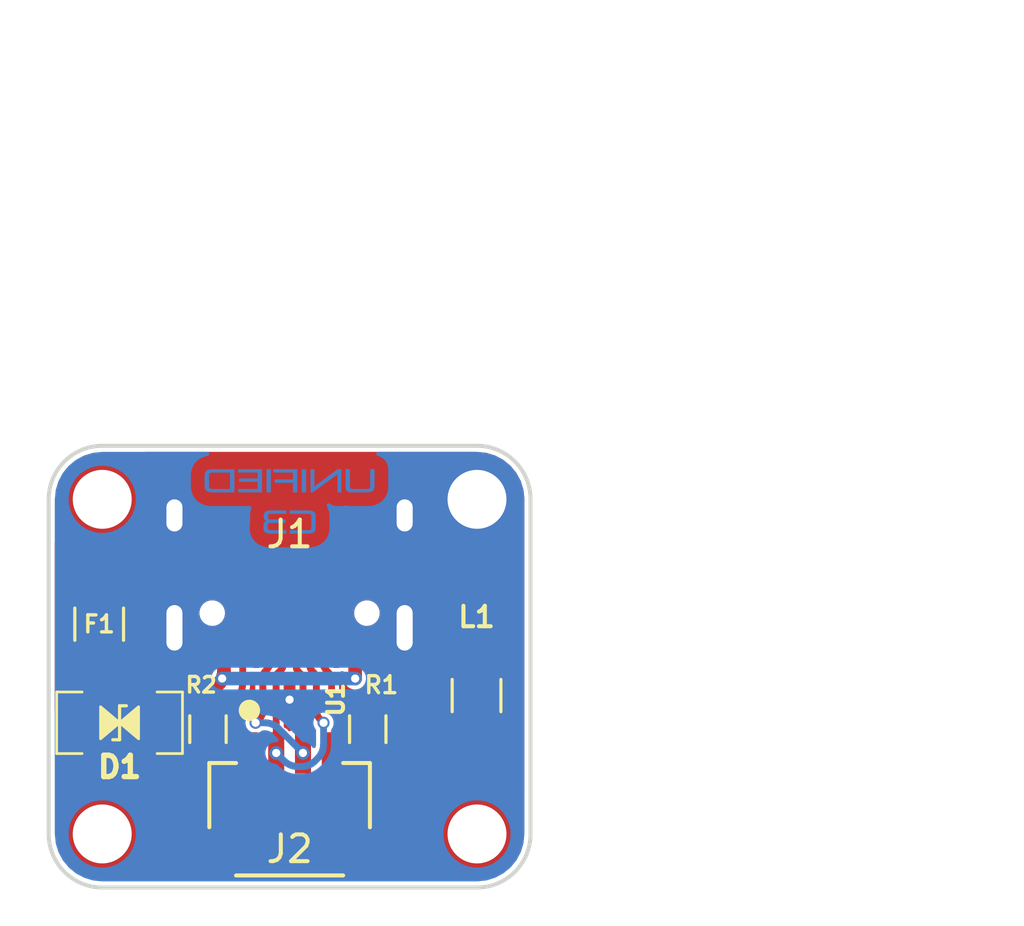
<source format=kicad_pcb>
(kicad_pcb (version 20171130) (host pcbnew "(5.1.8)-1")
  (title_block (title "Unified Daughterboard") (date 2020-03-22) (rev C3) (company "Designed by the keyboard community"))
  (layers (0 F.Cu signal) (31 B.Cu signal) (34 B.Paste user) (35 F.Paste user) (36 B.SilkS user) (37 F.SilkS user) (38 B.Mask user) (39 F.Mask user) (44 Edge.Cuts user))
  (net 0 "")
  (net 1 GND)
  (net 2 VCC)
  (net 3 GNDPWR)
  (net 4 "Net-(J1-PadB8)")
  (net 5 "Net-(J1-PadA5)")
  (net 6 DA+)
  (net 7 "Net-(J1-PadB5)")
  (net 8 "Net-(J1-PadA8)")
  (net 9 DA-)
  (net 10 VBUS)
  (module Unified-Daughterboard-Logo:Unified-Daughterboard-Logo.pretty (layer B.Cu) (at 75.0025 66.509 180)
    (fp_text reference G1 hide)
    (fp_text value Unified-Daughterboard-Logo hide)
  )
  (module Unified-Daughterboard-Logo:Unified-Daughterboard-Name.pretty (layer B.Cu) (at 75.0025 58.62 180)
    (fp_text reference G2 hide)
    (fp_text value Unified-Daughterboard-Name hide)
    (pad 1 smd custom (at -3.1 0.8 180) (size 0.1 0.1) (layers B.Cu B.Mask) (options (clearance outline) (anchor circle)) (primitives (gr_poly (pts (xy 0.089951 0.069371) (xy 0.089952 0.031594) (xy 0.089952 -0.003341) (xy 0.089953 -0.035549) (xy 0.089959 -0.065147) (xy 0.089972 -0.092251) (xy 0.089995 -0.116977) (xy 0.09003 -0.13944) (xy 0.090082 -0.159757) (xy 0.090152 -0.178044) (xy 0.090244 -0.194417) (xy 0.09036 -0.208991) (xy 0.090503 -0.221883) (xy 0.090677 -0.233209) (xy 0.090884 -0.243085) (xy 0.091127 -0.251626) (xy 0.091408 -0.258949) (xy 0.091732 -0.26517) (xy 0.0921 -0.270405) (xy 0.092515 -0.274769) (xy 0.092981 -0.278379) (xy 0.0935 -0.281351) (xy 0.094075 -0.283801) (xy 0.094709 -0.285845) (xy 0.095405 -0.287598) (xy 0.096166 -0.289178) (xy 0.096994 -0.290699) (xy 0.097893 -0.292277) (xy 0.098866 -0.29403) (xy 0.098977 -0.294237) (xy 0.106317 -0.305001) (xy 0.115997 -0.314107) (xy 0.128049 -0.321571) (xy 0.142509 -0.327411) (xy 0.159412 -0.331646) (xy 0.17591 -0.334016) (xy 0.179246 -0.334204) (xy 0.185359 -0.33438) (xy 0.194065 -0.334544) (xy 0.205185 -0.334696) (xy 0.218535 -0.334836) (xy 0.233933 -0.334964) (xy 0.251199 -0.335081) (xy 0.270149 -0.335185) (xy 0.290601 -0.335278) (xy 0.312375 -0.335358) (xy 0.335288 -0.335427) (xy 0.359158 -0.335484) (xy 0.383803 -0.335529) (xy 0.409041 -0.335562) (xy 0.434691 -0.335583) (xy 0.46057 -0.335592) (xy 0.486496 -0.335589) (xy 0.512288 -0.335574) (xy 0.537763 -0.335548) (xy 0.56274 -0.335509) (xy 0.587037 -0.335459) (xy 0.610471 -0.335397) (xy 0.632862 -0.335322) (xy 0.654026 -0.335236) (xy 0.673782 -0.335138) (xy 0.691949 -0.335028) (xy 0.708343 -0.334906) (xy 0.722784 -0.334772) (xy 0.735089 -0.334626) (xy 0.745076 -0.334468) (xy 0.752564 -0.334299) (xy 0.757371 -0.334117) (xy 0.758715 -0.334021) (xy 0.777734 -0.331215) (xy 0.794289 -0.326811) (xy 0.808426 -0.320781) (xy 0.820189 -0.313093) (xy 0.829625 -0.303717) (xy 0.836778 -0.292623) (xy 0.841693 -0.279782) (xy 0.842026 -0.278547) (xy 0.842279 -0.277334) (xy 0.842513 -0.275636) (xy 0.842728 -0.273342) (xy 0.842926 -0.270338) (xy 0.843106 -0.266511) (xy 0.84327 -0.261748) (xy 0.843419 -0.255935) (xy 0.843553 -0.24896) (xy 0.843673 -0.240709) (xy 0.84378 -0.231069) (xy 0.843874 -0.219928) (xy 0.843956 -0.207172) (xy 0.844027 -0.192687) (xy 0.844088 -0.176361) (xy 0.844139 -0.15808) (xy 0.844182 -0.137732) (xy 0.844216 -0.115203) (xy 0.844243 -0.090381) (xy 0.844263 -0.063151) (xy 0.844278 -0.033401) (xy 0.844287 -0.001018) (xy 0.844292 0.034112) (xy 0.844293 0.067094) (xy 0.844293 0.404029) (xy 1.010053 0.404029) (xy 1.009556 0.059017) (xy 1.009502 0.020589) (xy 1.009454 -0.015001) (xy 1.009408 -0.047871) (xy 1.009362 -0.078142) (xy 1.009313 -0.105933) (xy 1.009257 -0.131363) (xy 1.009192 -0.154552) (xy 1.009113 -0.175619) (xy 1.00902 -0.194684) (xy 1.008908 -0.211867) (xy 1.008774 -0.227287) (xy 1.008615 -0.241063) (xy 1.008429 -0.253315) (xy 1.008212 -0.264163) (xy 1.007962 -0.273726) (xy 1.007675 -0.282124) (xy 1.007348 -0.289476) (xy 1.006978 -0.295902) (xy 1.006562 -0.301521) (xy 1.006098 -0.306452) (xy 1.005582 -0.310816) (xy 1.005011 -0.314732) (xy 1.004382 -0.31832) (xy 1.003692 -0.321698) (xy 1.002938 -0.324986) (xy 1.002118 -0.328305) (xy 1.001227 -0.331773) (xy 1.000264 -0.33551) (xy 0.999505 -0.338505) (xy 0.992987 -0.358905) (xy 0.984093 -0.377575) (xy 0.97288 -0.394443) (xy 0.959403 -0.409438) (xy 0.943719 -0.42249) (xy 0.925882 -0.433527) (xy 0.924506 -0.434247) (xy 0.910155 -0.441169) (xy 0.895924 -0.44693) (xy 0.88132 -0.451648) (xy 0.865846 -0.455443) (xy 0.849006 -0.458433) (xy 0.830305 -0.460737) (xy 0.809248 -0.462474) (xy 0.805835 -0.462694) (xy 0.801797 -0.462851) (xy 0.794977 -0.462998) (xy 0.785549 -0.463134) (xy 0.773691 -0.463261) (xy 0.759577 -0.463378) (xy 0.743383 -0.463485) (xy 0.725286 -0.463582) (xy 0.70546 -0.463669) (xy 0.684081 -0.463747) (xy 0.661326 -0.463814) (xy 0.637369 -0.463872) (xy 0.612387 -0.46392) (xy 0.586556 -0.463959) (xy 0.56005 -0.463987) (xy 0.533046 -0.464006) (xy 0.505719 -0.464015) (xy 0.478246 -0.464015) (xy 0.450801 -0.464005) (xy 0.423561 -0.463985) (xy 0.396701 -0.463956) (xy 0.370397 -0.463917) (xy 0.344824 -0.463869) (xy 0.32016 -0.463811) (xy 0.296578 -0.463744) (xy 0.274255 -0.463667) (xy 0.253366 -0.463581) (xy 0.234088 -0.463485) (xy 0.216596 -0.46338) (xy 0.201065 -0.463265) (xy 0.187672 -0.463141) (xy 0.176592 -0.463008) (xy 0.168001 -0.462866) (xy 0.162074 -0.462714) (xy 0.159766 -0.462612) (xy 0.130734 -0.460065) (xy 0.103987 -0.456031) (xy 0.079213 -0.450434) (xy 0.056097 -0.4432) (xy 0.034325 -0.434254) (xy 0.027473 -0.430958) (xy 0.010583 -0.421761) (xy -0.003985 -0.412081) (xy -0.01687 -0.401474) (xy -0.022834 -0.39573) (xy -0.036916 -0.379497) (xy -0.048721 -0.361574) (xy -0.058291 -0.341867) (xy -0.065671 -0.320281) (xy -0.070903 -0.296724) (xy -0.072005 -0.289648) (xy -0.072252 -0.287609) (xy -0.07248 -0.285022) (xy -0.07269 -0.281773) (xy -0.072883 -0.277748) (xy -0.07306 -0.272833) (xy -0.07322 -0.266916) (xy -0.073366 -0.259882) (xy -0.073498 -0.251618) (xy -0.073615 -0.242011) (xy -0.07372 -0.230945) (xy -0.073813 -0.218309) (xy -0.073894 -0.203987) (xy -0.073965 -0.187867) (xy -0.074025 -0.169835) (xy -0.074076 -0.149778) (xy -0.074119 -0.12758) (xy -0.074153 -0.10313) (xy -0.074181 -0.076313) (xy -0.074202 -0.047016) (xy -0.074217 -0.015124) (xy -0.074227 0.019475) (xy -0.074233 0.056895) (xy -0.074233 0.064934) (xy -0.07426 0.404029) (xy 0.089925 0.404029)) (width 0))))
    (pad 1 smd custom (at -1.86 1.08 180) (size 0.1 0.1) (layers B.Cu B.Mask) (options (clearance outline) (anchor circle)) (primitives (gr_poly (pts (xy 1.07457 -0.744233) (xy 0.994882 -0.744233) (xy 0.725953 -0.548012) (xy 0.697516 -0.527263) (xy 0.667905 -0.505658) (xy 0.637358 -0.483369) (xy 0.606113 -0.460572) (xy 0.574407 -0.437438) (xy 0.54248 -0.414142) (xy 0.510567 -0.390857) (xy 0.478909 -0.367758) (xy 0.447742 -0.345017) (xy 0.417304 -0.322808) (xy 0.387834 -0.301305) (xy 0.359569 -0.280681) (xy 0.332747 -0.26111) (xy 0.307606 -0.242766) (xy 0.284385 -0.225822) (xy 0.26375 -0.210765) (xy 0.242443 -0.195223) (xy 0.221784 -0.18016) (xy 0.201899 -0.165668) (xy 0.182913 -0.15184) (xy 0.164954 -0.138767) (xy 0.148149 -0.126541) (xy 0.132622 -0.115254) (xy 0.118502 -0.104998) (xy 0.105914 -0.095864) (xy 0.094985 -0.087945) (xy 0.085842 -0.081333) (xy 0.07861 -0.076119) (xy 0.073417 -0.072395) (xy 0.070388 -0.070253) (xy 0.069611 -0.069739) (xy 0.069531 -0.071197) (xy 0.069452 -0.075481) (xy 0.069376 -0.082462) (xy 0.069303 -0.092007) (xy 0.069233 -0.103986) (xy 0.069166 -0.118268) (xy 0.069102 -0.134721) (xy 0.069043 -0.153214) (xy 0.068988 -0.173616) (xy 0.068938 -0.195796) (xy 0.068893 -0.219624) (xy 0.068854 -0.244966) (xy 0.06882 -0.271694) (xy 0.068792 -0.299675) (xy 0.06877 -0.328777) (xy 0.068756 -0.358871) (xy 0.068748 -0.389825) (xy 0.068747 -0.406986) (xy 0.068747 -0.744233) (xy -0.074731 -0.744233) (xy -0.074731 0.124029) (xy 0.068007 0.123947) (xy 0.49918 -0.197759) (xy 0.930353 -0.519464) (xy 0.930726 -0.197717) (xy 0.931099 0.124029) (xy 1.07457 0.124029)) (width 0))))
    (pad 1 smd custom (at -0.54 1.02 180) (size 0.1 0.1) (layers B.Cu B.Mask) (options (clearance outline) (anchor circle)) (primitives (gr_poly (pts (xy 0.084421 -0.684233) (xy 0.003314 -0.684233) (xy -0.011904 -0.684215) (xy -0.026228 -0.684165) (xy -0.039385 -0.684085) (xy -0.051103 -0.683979) (xy -0.061112 -0.68385) (xy -0.069138 -0.683701) (xy -0.07491 -0.683536) (xy -0.078157 -0.683357) (xy -0.078779 -0.683247) (xy -0.07886 -0.681705) (xy -0.078939 -0.677321) (xy -0.079016 -0.670211) (xy -0.079091 -0.660491) (xy -0.079164 -0.648277) (xy -0.079233 -0.633685) (xy -0.0793 -0.616831) (xy -0.079363 -0.597831) (xy -0.079423 -0.576802) (xy -0.079478 -0.553859) (xy -0.07953 -0.529118) (xy -0.079577 -0.502696) (xy -0.07962 -0.474709) (xy -0.079657 -0.445272) (xy -0.07969 -0.414502) (xy -0.079717 -0.382515) (xy -0.079738 -0.349426) (xy -0.079753 -0.315353) (xy -0.079762 -0.280411) (xy -0.079765 -0.249116) (xy -0.079765 0.184029) (xy 0.084421 0.184029)) (width 0))))
    (pad 1 smd custom (at -0.21 1.11 180) (size 0.1 0.1) (layers B.Cu B.Mask) (options (clearance outline) (anchor circle)) (primitives (gr_poly (pts (xy 0.813494 -0.034657) (xy 0.085751 -0.034657) (xy 0.085751 -0.287592) (xy 0.764682 -0.287592) (xy 0.764682 -0.416278) (xy 0.085763 -0.416278) (xy 0.085387 -0.594886) (xy 0.085012 -0.773493) (xy 0.003288 -0.773876) (xy -0.078435 -0.774258) (xy -0.078435 0.094029) (xy 0.813494 0.094029)) (width 0))))
    (pad 1 smd custom (at 0.78 0.91 180) (size 0.1 0.1) (layers B.Cu B.Mask) (options (clearance outline) (anchor circle)) (primitives (gr_poly (pts (xy 0.082346 -0.574233) (xy -0.08184 -0.574233) (xy -0.08184 0.294029) (xy 0.082346 0.294029)) (width 0))))
    (pad 1 smd custom (at 1.12 1.09 180) (size 0.1 0.1) (layers B.Cu B.Mask) (options (clearance outline) (anchor circle)) (primitives (gr_poly (pts (xy 0.801419 -0.014657) (xy 0.072197 -0.014657) (xy 0.072197 -0.230613) (xy 0.76444 -0.230613) (xy 0.76444 -0.359299) (xy 0.072181 -0.359299) (xy 0.072558 -0.492053) (xy 0.072936 -0.624807) (xy 0.437177 -0.62518) (xy 0.801419 -0.625552) (xy 0.801419 -0.754233) (xy 0.355701 -0.754233) (xy 0.319573 -0.75423) (xy 0.284211 -0.75422) (xy 0.24973 -0.754204) (xy 0.216242 -0.754183) (xy 0.183864 -0.754156) (xy 0.152708 -0.754124) (xy 0.122891 -0.754087) (xy 0.094525 -0.754045) (xy 0.067726 -0.753998) (xy 0.042608 -0.753947) (xy 0.019286 -0.753893) (xy -0.002127 -0.753834) (xy -0.021516 -0.753772) (xy -0.038766 -0.753707) (xy -0.053764 -0.753638) (xy -0.066393 -0.753567) (xy -0.076541 -0.753493) (xy -0.084093 -0.753417) (xy -0.088934 -0.75334) (xy -0.09095 -0.75326) (xy -0.091003 -0.753247) (xy -0.091084 -0.751705) (xy -0.091164 -0.747321) (xy -0.091241 -0.740211) (xy -0.091316 -0.730491) (xy -0.091388 -0.718277) (xy -0.091458 -0.703685) (xy -0.091524 -0.686831) (xy -0.091588 -0.667831) (xy -0.091647 -0.646802) (xy -0.091703 -0.623859) (xy -0.091755 -0.599118) (xy -0.091802 -0.572696) (xy -0.091844 -0.544709) (xy -0.091882 -0.515272) (xy -0.091914 -0.484502) (xy -0.091941 -0.452515) (xy -0.091963 -0.419426) (xy -0.091978 -0.385353) (xy -0.091987 -0.350411) (xy -0.091989 -0.319116) (xy -0.091989 0.114029) (xy 0.801419 0.114029)) (width 0))))
    (pad 1 smd custom (at 2.15 1.08 180) (size 0.1 0.1) (layers B.Cu B.Mask) (options (clearance outline) (anchor circle)) (primitives (gr_poly (pts (xy 0.324991 0.124007) (xy 0.368605 0.123999) (xy 0.410278 0.12398) (xy 0.449948 0.123952) (xy 0.487554 0.123913) (xy 0.523033 0.123864) (xy 0.556324 0.123805) (xy 0.587364 0.123737) (xy 0.616092 0.12366) (xy 0.642445 0.123573) (xy 0.666363 0.123478) (xy 0.687783 0.123374) (xy 0.706643 0.123262) (xy 0.722881 0.123141) (xy 0.736436 0.123012) (xy 0.747246 0.122876) (xy 0.755247 0.122731) (xy 0.76038 0.12258) (xy 0.761711 0.122511) (xy 0.794505 0.119594) (xy 0.824732 0.115348) (xy 0.852488 0.109741) (xy 0.877866 0.102741) (xy 0.900958 0.094314) (xy 0.92186 0.084428) (xy 0.940664 0.073051) (xy 0.957464 0.06015) (xy 0.967359 0.050927) (xy 0.978668 0.03844) (xy 0.98853 0.025063) (xy 0.99709 0.010475) (xy 1.004491 -0.005648) (xy 1.010876 -0.023626) (xy 1.016388 -0.043784) (xy 1.02117 -0.066444) (xy 1.022297 -0.072698) (xy 1.022638 -0.074879) (xy 1.022949 -0.077425) (xy 1.02323 -0.080485) (xy 1.023484 -0.084209) (xy 1.023713 -0.088745) (xy 1.023919 -0.094244) (xy 1.024104 -0.100855) (xy 1.02427 -0.108727) (xy 1.024418 -0.11801) (xy 1.024552 -0.128854) (xy 1.024672 -0.141407) (xy 1.024782 -0.15582) (xy 1.024882 -0.172242) (xy 1.024976 -0.190822) (xy 1.025064 -0.21171) (xy 1.025149 -0.235055) (xy 1.025233 -0.261007) (xy 1.025318 -0.289715) (xy 1.025349 -0.300487) (xy 1.025433 -0.333739) (xy 1.025492 -0.364116) (xy 1.025524 -0.391701) (xy 1.025529 -0.416576) (xy 1.025508 -0.438826) (xy 1.025458 -0.458533) (xy 1.025381 -0.47578) (xy 1.025275 -0.49065) (xy 1.025141 -0.503226) (xy 1.024977 -0.513591) (xy 1.024784 -0.521829) (xy 1.024561 -0.528022) (xy 1.024308 -0.532253) (xy 1.024268 -0.532714) (xy 1.020814 -0.560023) (xy 1.015577 -0.585016) (xy 1.008478 -0.6078) (xy 0.999436 -0.628476) (xy 0.988374 -0.64715) (xy 0.97521 -0.663926) (xy 0.959866 -0.678908) (xy 0.942262 -0.692199) (xy 0.922318 -0.703905) (xy 0.899954 -0.714129) (xy 0.880066 -0.721378) (xy 0.860175 -0.727264) (xy 0.839122 -0.732172) (xy 0.816538 -0.736161) (xy 0.792054 -0.739291) (xy 0.7653 -0.74162) (xy 0.746919 -0.742712) (xy 0.742311 -0.742866) (xy 0.734822 -0.743013) (xy 0.72453 -0.743153) (xy 0.711511 -0.743285) (xy 0.695844 -0.74341) (xy 0.677605 -0.743527) (xy 0.656872 -0.743635) (xy 0.633723 -0.743735) (xy 0.608234 -0.743827) (xy 0.580483 -0.743909) (xy 0.550548 -0.743982) (xy 0.518505 -0.744046) (xy 0.484433 -0.744099) (xy 0.448409 -0.744143) (xy 0.410509 -0.744176) (xy 0.370812 -0.744199) (xy 0.329394 -0.744211) (xy 0.313898 -0.744212) (xy -0.089541 -0.744233) (xy -0.089541 -0.615547) (xy 0.074645 -0.615547) (xy 0.39673 -0.615534) (xy 0.435225 -0.615525) (xy 0.471786 -0.615502) (xy 0.506343 -0.615466) (xy 0.538823 -0.615417) (xy 0.569156 -0.615355) (xy 0.597269 -0.61528) (xy 0.623091 -0.615192) (xy 0.646549 -0.615093) (xy 0.667574 -0.614982) (xy 0.686092 -0.61486) (xy 0.702033 -0.614726) (xy 0.715324 -0.614582) (xy 0.725895 -0.614428) (xy 0.733673 -0.614263) (xy 0.738586 -0.614088) (xy 0.739524 -0.614032) (xy 0.760224 -0.612057) (xy 0.778308 -0.609255) (xy 0.794019 -0.605547) (xy 0.807602 -0.600851) (xy 0.819304 -0.595087) (xy 0.829369 -0.588175) (xy 0.835723 -0.582459) (xy 0.843457 -0.573443) (xy 0.849523 -0.56337) (xy 0.854239 -0.551617) (xy 0.857544 -0.539296) (xy 0.860814 -0.524579) (xy 0.860814 -0.098583) (xy 0.857536 -0.083791) (xy 0.852863 -0.067553) (xy 0.84653 -0.053656) (xy 0.838456 -0.041941) (xy 0.833165 -0.036295) (xy 0.825753 -0.029682) (xy 0.81868 -0.024594) (xy 0.810985 -0.020469) (xy 0.801711 -0.016743) (xy 0.79721 -0.015194) (xy 0.794132 -0.014149) (xy 0.791341 -0.013182) (xy 0.78872 -0.012289) (xy 0.786151 -0.011468) (xy 0.783516 -0.010715) (xy 0.780697 -0.010027) (xy 0.777575 -0.009401) (xy 0.774032 -0.008835) (xy 0.769951 -0.008324) (xy 0.765214 -0.007865) (xy 0.759702 -0.007457) (xy 0.753297 -0.007094) (xy 0.745882 -0.006775) (xy 0.737338 -0.006496) (xy 0.727547 -0.006255) (xy 0.716391 -0.006047) (xy 0.703752 -0.00587) (xy 0.689512 -0.00572) (xy 0.673554 -0.005595) (xy 0.655758 -0.005492) (xy 0.636007 -0.005407) (xy 0.614183 -0.005337) (xy 0.590167 -0.005279) (xy 0.563843 -0.00523) (xy 0.535091 -0.005186) (xy 0.503793 -0.005146) (xy 0.469832 -0.005104) (xy 0.43309 -0.00506) (xy 0.41374 -0.005035) (xy 0.074645 -0.004595) (xy 0.074645 -0.615547) (xy -0.089541 -0.615547) (xy -0.089541 0.124029)) (width 0))))
    (pad 1 smd custom (at 0.52 -0.73 180) (size 0.1 0.1) (layers B.Cu B.Mask) (options (clearance outline) (anchor circle)) (primitives (gr_poly (pts (xy 0.036814 0.394003) (xy 0.066889 0.393969) (xy 0.094232 0.393912) (xy 0.118817 0.393835) (xy 0.140617 0.393736) (xy 0.159607 0.393616) (xy 0.175759 0.393475) (xy 0.189048 0.393313) (xy 0.199447 0.39313) (xy 0.206929 0.392927) (xy 0.20996 0.392797) (xy 0.24124 0.39039) (xy 0.269999 0.386589) (xy 0.296342 0.38136) (xy 0.320374 0.374669) (xy 0.342202 0.366479) (xy 0.361931 0.356757) (xy 0.379667 0.345468) (xy 0.395515 0.332578) (xy 0.396639 0.331537) (xy 0.410142 0.316976) (xy 0.421412 0.300576) (xy 0.430475 0.282284) (xy 0.43736 0.262045) (xy 0.442093 0.239803) (xy 0.442231 0.238921) (xy 0.442943 0.232475) (xy 0.443524 0.2236) (xy 0.443972 0.212784) (xy 0.44429 0.200519) (xy 0.444476 0.187292) (xy 0.444531 0.173593) (xy 0.444456 0.159912) (xy 0.444252 0.146738) (xy 0.443917 0.134561) (xy 0.443453 0.123868) (xy 0.442861 0.115151) (xy 0.442139 0.108898) (xy 0.442136 0.108879) (xy 0.437575 0.088735) (xy 0.430735 0.070047) (xy 0.421759 0.052993) (xy 0.410787 0.03775) (xy 0.39796 0.024494) (xy 0.383421 0.013403) (xy 0.36731 0.004652) (xy 0.355107 -0.000007) (xy 0.35037 -0.001668) (xy 0.34719 -0.003066) (xy 0.346162 -0.003934) (xy 0.346233 -0.004003) (xy 0.348261 -0.004834) (xy 0.35215 -0.006203) (xy 0.355658 -0.007361) (xy 0.374014 -0.014706) (xy 0.391868 -0.024655) (xy 0.408658 -0.036859) (xy 0.421513 -0.048579) (xy 0.430795 -0.058772) (xy 0.437945 -0.06865) (xy 0.443513 -0.079144) (xy 0.448048 -0.091184) (xy 0.449481 -0.095893) (xy 0.450886 -0.101058) (xy 0.452092 -0.106308) (xy 0.453111 -0.111896) (xy 0.453956 -0.118075) (xy 0.454638 -0.125097) (xy 0.45517 -0.133217) (xy 0.455565 -0.142686) (xy 0.455834 -0.153757) (xy 0.45599 -0.166684) (xy 0.456045 -0.181718) (xy 0.456011 -0.199114) (xy 0.455901 -0.219124) (xy 0.455845 -0.227015) (xy 0.455699 -0.246046) (xy 0.45555 -0.262402) (xy 0.45537 -0.276368) (xy 0.455134 -0.288225) (xy 0.454815 -0.298257) (xy 0.454388 -0.306749) (xy 0.453827 -0.313983) (xy 0.453106 -0.320243) (xy 0.452198 -0.325813) (xy 0.451078 -0.330975) (xy 0.44972 -0.336013) (xy 0.448098 -0.341211) (xy 0.446185 -0.346852) (xy 0.444385 -0.352) (xy 0.436271 -0.370825) (xy 0.425675 -0.388126) (xy 0.412579 -0.40392) (xy 0.396964 -0.418223) (xy 0.37881 -0.431054) (xy 0.358101 -0.442428) (xy 0.334816 -0.452364) (xy 0.33421 -0.452591) (xy 0.313456 -0.459297) (xy 0.29046 -0.464759) (xy 0.265071 -0.469006) (xy 0.237137 -0.472068) (xy 0.231483 -0.472522) (xy 0.227444 -0.472711) (xy 0.220507 -0.472889) (xy 0.210732 -0.473055) (xy 0.198179 -0.473209) (xy 0.182908 -0.47335) (xy 0.164979 -0.473479) (xy 0.144453 -0.473596) (xy 0.12139 -0.473699) (xy 0.095849 -0.473788) (xy 0.067891 -0.473865) (xy 0.037575 -0.473927) (xy 0.004963 -0.473974) (xy -0.029886 -0.474008) (xy -0.066911 -0.474026) (xy -0.095055 -0.47403) (xy -0.401699 -0.47403) (xy -0.401314 -0.410057) (xy -0.400928 -0.346083) (xy -0.094004 -0.345344) (xy 0.21292 -0.344604) (xy 0.22752 -0.340576) (xy 0.243116 -0.335501) (xy 0.256059 -0.329555) (xy 0.266565 -0.322593) (xy 0.27485 -0.314468) (xy 0.28113 -0.305037) (xy 0.281618 -0.304092) (xy 0.283733 -0.299797) (xy 0.285505 -0.295814) (xy 0.286966 -0.291836) (xy 0.288151 -0.287554) (xy 0.289093 -0.28266) (xy 0.289826 -0.276847) (xy 0.290384 -0.269806) (xy 0.290801 -0.26123) (xy 0.29111 -0.250811) (xy 0.291345 -0.238241) (xy 0.29154 -0.223211) (xy 0.291656 -0.212506) (xy 0.291807 -0.193423) (xy 0.291838 -0.176815) (xy 0.291751 -0.162775) (xy 0.291546 -0.151397) (xy 0.291226 -0.142773) (xy 0.290791 -0.136997) (xy 0.290709 -0.13633) (xy 0.287993 -0.123624) (xy 0.283362 -0.112695) (xy 0.276633 -0.103349) (xy 0.267622 -0.095389) (xy 0.256147 -0.088622) (xy 0.242024 -0.082851) (xy 0.239897 -0.082135) (xy 0.237084 -0.081192) (xy 0.234531 -0.080326) (xy 0.232109 -0.079533) (xy 0.229687 -0.07881) (xy 0.227137 -0.078154) (xy 0.224328 -0.077561) (xy 0.22113 -0.077027) (xy 0.217414 -0.076549) (xy 0.21305 -0.076125) (xy 0.207909 -0.075749) (xy 0.201859 -0.075419) (xy 0.194773 -0.075131) (xy 0.186519 -0.074882) (xy 0.176968 -0.074668) (xy 0.165991 -0.074485) (xy 0.153457 -0.074332) (xy 0.139238 -0.074203) (xy 0.123202 -0.074095) (xy 0.10522 -0.074005) (xy 0.085163 -0.07393) (xy 0.062901 -0.073865) (xy 0.038304 -0.073808) (xy 0.011242 -0.073755) (xy -0.018414 -0.073702) (xy -0.050795 -0.073647) (xy -0.078859 -0.073598) (xy -0.36472 -0.073087) (xy -0.36395 0.054767) (xy 0.218836 0.056317) (xy 0.231049 0.059589) (xy 0.243885 0.063686) (xy 0.254177 0.06852) (xy 0.2623 0.074348) (xy 0.268629 0.08143) (xy 0.272661 0.088185) (xy 0.274618 0.092282) (xy 0.276214 0.096204) (xy 0.277483 0.100294) (xy 0.278455 0.104896) (xy 0.279164 0.110352) (xy 0.279642 0.117006) (xy 0.279921 0.125202) (xy 0.280035 0.135283) (xy 0.280015 0.147592) (xy 0.279893 0.162473) (xy 0.279873 0.164511) (xy 0.279698 0.179573) (xy 0.279478 0.192007) (xy 0.279165 0.20214) (xy 0.278713 0.210304) (xy 0.278074 0.216826) (xy 0.277201 0.222038) (xy 0.276047 0.226267) (xy 0.274566 0.229844) (xy 0.27271 0.233097) (xy 0.270432 0.236357) (xy 0.269417 0.237704) (xy 0.262986 0.244896) (xy 0.255535 0.250693) (xy 0.246579 0.255351) (xy 0.235632 0.259124) (xy 0.22305 0.262101) (xy 0.221398 0.262406) (xy 0.219527 0.262687) (xy 0.217312 0.262945) (xy 0.21463 0.263182) (xy 0.211358 0.263398) (xy 0.207372 0.263595) (xy 0.202549 0.263774) (xy 0.196765 0.263937) (xy 0.189898 0.264083) (xy 0.181822 0.264216) (xy 0.172416 0.264335) (xy 0.161556 0.264442) (xy 0.149117 0.264538) (xy 0.134977 0.264625) (xy 0.119012 0.264703) (xy 0.101099 0.264773) (xy 0.081114 0.264838) (xy 0.058934 0.264898) (xy 0.034436 0.264954) (xy 0.007495 0.265008) (xy -0.022011 0.26506) (xy -0.054206 0.265112) (xy -0.089214 0.265166) (xy -0.095869 0.265175) (xy -0.401699 0.265627) (xy -0.401314 0.32956) (xy -0.400928 0.393493) (xy -0.110275 0.393927) (xy -0.069537 0.393978) (xy -0.031425 0.394008) (xy 0.004034 0.394017)) (width 0))))
    (pad 1 smd custom (at -0.9 -0.79 180) (size 0.1 0.1) (layers B.Cu B.Mask) (options (clearance outline) (anchor circle)) (primitives (gr_poly (pts (xy 0.894083 0.325546) (xy 0.541462 0.325546) (xy 0.502296 0.325545) (xy 0.465973 0.32554) (xy 0.432379 0.325531) (xy 0.401399 0.325515) (xy 0.372919 0.325491) (xy 0.346825 0.325457) (xy 0.323001 0.325412) (xy 0.301333 0.325354) (xy 0.281706 0.325282) (xy 0.264006 0.325194) (xy 0.248118 0.325088) (xy 0.233927 0.324964) (xy 0.22132 0.324818) (xy 0.21018 0.324651) (xy 0.200394 0.324459) (xy 0.191847 0.324243) (xy 0.184424 0.323999) (xy 0.178011 0.323727) (xy 0.172493 0.323425) (xy 0.167755 0.323092) (xy 0.163683 0.322725) (xy 0.160163 0.322323) (xy 0.157079 0.321885) (xy 0.154316 0.321409) (xy 0.151761 0.320894) (xy 0.149299 0.320338) (xy 0.148591 0.320169) (xy 0.134767 0.315738) (xy 0.122093 0.309466) (xy 0.111022 0.301664) (xy 0.102003 0.292642) (xy 0.096276 0.284226) (xy 0.09522 0.282323) (xy 0.094258 0.280578) (xy 0.093385 0.278853) (xy 0.092597 0.277009) (xy 0.091889 0.274907) (xy 0.091257 0.272409) (xy 0.090698 0.269377) (xy 0.090206 0.265671) (xy 0.089777 0.261153) (xy 0.089407 0.255685) (xy 0.089091 0.249127) (xy 0.088825 0.241342) (xy 0.088606 0.232189) (xy 0.088427 0.221532) (xy 0.088286 0.209231) (xy 0.088177 0.195148) (xy 0.088097 0.179143) (xy 0.088041 0.161079) (xy 0.088004 0.140816) (xy 0.087983 0.118217) (xy 0.087973 0.093142) (xy 0.08797 0.065453) (xy 0.087968 0.035011) (xy 0.087967 0.019302) (xy 0.087962 -0.012397) (xy 0.087956 -0.041279) (xy 0.087954 -0.067481) (xy 0.08796 -0.091143) (xy 0.087981 -0.112407) (xy 0.088019 -0.131409) (xy 0.088081 -0.148292) (xy 0.08817 -0.163194) (xy 0.088293 -0.176254) (xy 0.088453 -0.187613) (xy 0.088655 -0.19741) (xy 0.088905 -0.205785) (xy 0.089207 -0.212877) (xy 0.089566 -0.218826) (xy 0.089987 -0.223772) (xy 0.090474 -0.227854) (xy 0.091032 -0.231212) (xy 0.091667 -0.233986) (xy 0.092383 -0.236315) (xy 0.093185 -0.238338) (xy 0.094077 -0.240196) (xy 0.095065 -0.242029) (xy 0.096154 -0.243975) (xy 0.097122 -0.245749) (xy 0.104221 -0.256019) (xy 0.113823 -0.264855) (xy 0.125966 -0.272283) (xy 0.140689 -0.27833) (xy 0.148215 -0.28062) (xy 0.162643 -0.284604) (xy 0.894083 -0.285396) (xy 0.894083 -0.41403) (xy 0.526884 -0.413772) (xy 0.494046 -0.413747) (xy 0.461942 -0.413718) (xy 0.430703 -0.413687) (xy 0.400456 -0.413653) (xy 0.37133 -0.413616) (xy 0.343454 -0.413577) (xy 0.316956 -0.413536) (xy 0.291966 -0.413493) (xy 0.268613 -0.413449) (xy 0.247024 -0.413404) (xy 0.227328 -0.413358) (xy 0.209656 -0.413311) (xy 0.194134 -0.413263) (xy 0.180892 -0.413216) (xy 0.170059 -0.413168) (xy 0.161763 -0.413121) (xy 0.156133 -0.413074) (xy 0.153298 -0.413029) (xy 0.153028 -0.413017) (xy 0.121848 -0.409723) (xy 0.09296 -0.404651) (xy 0.066269 -0.397774) (xy 0.041682 -0.389062) (xy 0.019103 -0.378489) (xy -0.000191 -0.366948) (xy -0.009353 -0.360104) (xy -0.019054 -0.351632) (xy -0.028538 -0.342284) (xy -0.037047 -0.332809) (xy -0.043823 -0.323961) (xy -0.044427 -0.323062) (xy -0.055649 -0.303459) (xy -0.064639 -0.281934) (xy -0.071402 -0.25847) (xy -0.072805 -0.252009) (xy -0.073144 -0.250229) (xy -0.073454 -0.248282) (xy -0.073735 -0.246032) (xy -0.073989 -0.243343) (xy -0.074218 -0.240081) (xy -0.074422 -0.236108) (xy -0.074604 -0.231291) (xy -0.074764 -0.225492) (xy -0.074904 -0.218577) (xy -0.075025 -0.21041) (xy -0.075129 -0.200854) (xy -0.075216 -0.189776) (xy -0.075289 -0.177038) (xy -0.075348 -0.162506) (xy -0.075396 -0.146044) (xy -0.075432 -0.127516) (xy -0.075459 -0.106786) (xy -0.075478 -0.083719) (xy -0.075491 -0.058179) (xy -0.075498 -0.030031) (xy -0.075501 0.000861) (xy -0.075501 0.278953) (xy -0.072189 0.293898) (xy -0.066762 0.314711) (xy -0.060136 0.333172) (xy -0.052076 0.349726) (xy -0.042344 0.36482) (xy -0.030704 0.378898) (xy -0.022926 0.386832) (xy -0.0073 0.400278) (xy 0.010114 0.412157) (xy 0.029459 0.422527) (xy 0.050879 0.431444) (xy 0.074518 0.438966) (xy 0.100521 0.44515) (xy 0.129032 0.450053) (xy 0.139716 0.451488) (xy 0.142136 0.45169) (xy 0.146134 0.45188) (xy 0.151784 0.452059) (xy 0.159167 0.452228) (xy 0.168358 0.452386) (xy 0.179434 0.452535) (xy 0.192475 0.452675) (xy 0.207556 0.452805) (xy 0.224755 0.452928) (xy 0.24415 0.453042) (xy 0.265818 0.453149) (xy 0.289836 0.45325) (xy 0.316282 0.453344) (xy 0.345233 0.453431) (xy 0.376767 0.453514) (xy 0.410961 0.453591) (xy 0.447892 0.453663) (xy 0.487637 0.453732) (xy 0.523926 0.453788) (xy 0.894083 0.454326)) (width 0))))
  )
  (module acheron_Components:USON-10_2.5x1.0mm_P0.5mm (layer F.Cu) (at 75.0025 66.0264 90)
    (fp_text reference U1 (at 0 1.7272 90) (layer F.SilkS) (effects (font (size 0.6 0.6))))
    (fp_text value TPD4E05U06DQAR)
    (pad 8 smd rect (at 0.385 0) (size 0.3 0.55) (layers F.Cu F.Paste F.Mask) (net 3 GNDPWR))
    (pad 10 smd rect (at 0.385 -1) (size 0.25 0.55) (layers F.Cu F.Paste F.Mask) (net 6 DA+))
    (pad 7 smd rect (at 0.385 0.5) (size 0.25 0.55) (layers F.Cu F.Paste F.Mask) (net 6 DA+))
    (pad 6 smd rect (at 0.385 1) (size 0.25 0.55) (layers F.Cu F.Paste F.Mask) (net 9 DA-))
    (pad 9 smd rect (at 0.385 -0.5) (size 0.25 0.55) (layers F.Cu F.Paste F.Mask) (net 9 DA-))
    (pad 5 smd rect (at -0.385 1) (size 0.25 0.55) (layers F.Cu F.Paste F.Mask) (net 9 DA-))
    (pad 4 smd rect (at -0.385 0.5) (size 0.25 0.55) (layers F.Cu F.Paste F.Mask) (net 6 DA+))
    (pad 3 smd rect (at -0.385 0) (size 0.3 0.55) (layers F.Cu F.Paste F.Mask) (net 3 GNDPWR))
    (pad 2 smd rect (at -0.385 -0.5) (size 0.25 0.55) (layers F.Cu F.Paste F.Mask) (net 9 DA-))
    (pad 1 smd roundrect (at -0.385 -1) (size 0.25 0.55) (layers F.Cu F.Paste F.Mask) (roundrect_rratio 0.5) (net 6 DA+))
  )
  (module Inductor_SMD:L_1206_3216Metric (layer F.Cu) (at 81.9875 65.874 90)
    (fp_text reference L1 (at 2.936 0 180) (layer F.SilkS) (effects (font (size 0.762 0.762) (thickness 0.1524))))
    (fp_text value 60R@100MHz)
    (pad 1 smd roundrect (at -1.4 0 90) (size 1.25 1.75) (layers F.Cu F.Paste F.Mask) (roundrect_rratio 0.2) (net 1 GND))
    (pad 2 smd roundrect (at 1.4 0 90) (size 1.25 1.75) (layers F.Cu F.Paste F.Mask) (roundrect_rratio 0.2) (net 3 GNDPWR))
  )
  (module Resistors_SMD:R_0603 (layer F.Cu) (at 71.9545 67.129 270)
    (fp_text reference R2 (at -1.651 0.254 180) (layer F.SilkS) (effects (font (size 0.5842 0.5842) (thickness 0.127))))
    (fp_text value 5.1k)
    (pad 2 smd rect (at 0.75 0 270) (size 0.5 0.9) (layers F.Cu F.Paste F.Mask) (net 3 GNDPWR))
    (pad 1 smd rect (at -0.75 0 270) (size 0.5 0.9) (layers F.Cu F.Paste F.Mask) (net 7 "Net-(J1-PadB5)"))
  )
  (module Fuse:Fuse_1206_3216Metric (layer F.Cu) (at 67.8905 63.207 270)
    (fp_text reference F1 (at 0 0) (layer F.SilkS) (effects (font (size 0.635 0.635) (thickness 0.127))))
    (fp_text value ASMD1206-150)
    (pad 1 smd roundrect (at -1.4 0 270) (size 1.25 1.75) (layers F.Cu F.Paste F.Mask) (roundrect_rratio 0.2) (net 10 VBUS))
    (pad 2 smd roundrect (at 1.4 0 270) (size 1.25 1.75) (layers F.Cu F.Paste F.Mask) (roundrect_rratio 0.2) (net 2 VCC))
  )
  (module acheron_Components:D_SOD-123_Bidirectional (layer F.Cu) (at 68.6525 66.89 180)
    (fp_text reference D1 (at 0 -1.651 180) (layer F.SilkS) (effects (font (size 0.8 0.8) (thickness 0.2))))
    (fp_text value SMF9.0CA)
    (pad 2 smd roundrect (at 1.65 0 180) (size 1 1.2) (layers F.Cu F.Paste F.Mask) (net 2 VCC))
    (pad 1 smd roundrect (at -1.65 0 180) (size 1 1.2) (layers F.Cu F.Paste F.Mask) (net 3 GNDPWR))
  )
  (module acheron_Connectors:TYPE-C-31-M-12 (layer F.Cu) (at 75.0025 64.843 180)
    (fp_text reference J1 (at 0 5) (layer F.SilkS))
    (fp_text value TYPE-C-31-M12_13)
    (pad B4 smd roundrect (at 2.45 1.275 180) (size 0.6 1.45) (drill (offset 0 -0.55)) (layers F.Cu F.Paste F.Mask) (net 10 VBUS))
    (pad B1 smd roundrect (at 3.25 1.275 180) (size 0.6 1.45) (drill (offset 0 -0.55)) (layers F.Cu F.Paste F.Mask) (net 3 GNDPWR))
    (pad A4 smd roundrect (at -2.45 1.275 180) (size 0.6 1.45) (drill (offset 0 -0.55)) (layers F.Cu F.Paste F.Mask) (net 10 VBUS))
    (pad S thru_hole oval (at -4.3 1.5 180) (size 1.1 2.2) (drill oval 0.6 1.7) (layers *.Cu *.Mask) (net 3 GNDPWR))
    (pad A7 smd roundrect (at 0.25 1.275 180) (size 0.3 1.45) (drill (offset 0 -0.55)) (layers F.Cu F.Paste F.Mask) (net 9 DA-))
    (pad B6 smd roundrect (at 0.75 1.275 180) (size 0.3 1.45) (drill (offset 0 -0.55)) (layers F.Cu F.Paste F.Mask) (net 6 DA+))
    (pad A8 smd roundrect (at 1.25 1.275 180) (size 0.3 1.45) (drill (offset 0 -0.55)) (layers F.Cu F.Paste F.Mask) (net 8 "Net-(J1-PadA8)"))
    (pad B5 smd roundrect (at 1.75 1.275 180) (size 0.3 1.45) (drill (offset 0 -0.55)) (layers F.Cu F.Paste F.Mask) (net 7 "Net-(J1-PadB5)"))
    (pad A6 smd roundrect (at -0.254 1.275 180) (size 0.3 1.45) (drill (offset 0 -0.55)) (layers F.Cu F.Paste F.Mask) (net 6 DA+))
    (pad B7 smd roundrect (at -0.75 1.275 180) (size 0.3 1.45) (drill (offset 0 -0.55)) (layers F.Cu F.Paste F.Mask) (net 9 DA-))
    (pad A5 smd roundrect (at -1.25 1.275 180) (size 0.3 1.45) (drill (offset 0 -0.55)) (layers F.Cu F.Paste F.Mask) (net 5 "Net-(J1-PadA5)"))
    (pad B8 smd roundrect (at -1.75 1.275 180) (size 0.3 1.45) (drill (offset 0 -0.55)) (layers F.Cu F.Paste F.Mask) (net 4 "Net-(J1-PadB8)"))
    (pad A1 smd roundrect (at -3.25 1.275 180) (size 0.6 1.45) (drill (offset 0 -0.55)) (layers F.Cu F.Paste F.Mask) (net 3 GNDPWR))
    (pad S thru_hole oval (at -4.3 5.7 180) (size 1.3 1.9) (drill oval 0.6 1.2) (layers *.Cu *.Mask) (net 3 GNDPWR))
    (pad "" np_thru_hole circle (at -2.89 2.051 180) (size 0.65 0.65) (drill 0.65) (layers *.Cu *.Mask))
    (pad "" np_thru_hole circle (at 2.89 2.051 180) (size 0.65 0.65) (drill 0.65) (layers *.Cu *.Mask))
    (pad S thru_hole oval (at 4.3 5.7 180) (size 1.3 1.9) (drill oval 0.6 1.2) (layers *.Cu *.Mask) (net 3 GNDPWR))
    (pad S thru_hole oval (at 4.3 1.5 180) (size 1.1 2.2) (drill oval 0.6 1.7) (layers *.Cu *.Mask) (net 3 GNDPWR))
  )
  (module random-keyboard-parts:Generic-Mounthole (layer F.Cu) (at 68.0045 58.543)
    (fp_text reference MH1)
    (fp_text value Mount-M2 hide)
    (pad "" np_thru_hole circle (at 0 0) (size 3.500001 3.500001) (drill 2.2) (layers F.Cu F.Mask) (clearance 0.508))
  )
  (module random-keyboard-parts:Generic-Mounthole (layer F.Cu) (at 82.0045 58.543)
    (fp_text reference MH2 hide)
    (fp_text value Mount-M2 hide)
    (pad 1 thru_hole circle (at 0 0) (size 3.500001 3.500001) (drill 2.2) (layers *.Cu *.Mask) (net 3 GNDPWR))
  )
  (module random-keyboard-parts:Generic-Mounthole (layer F.Cu) (at 68.0045 71.043)
    (fp_text reference MH3 hide)
    (fp_text value Mount-M2 hide)
    (pad "" np_thru_hole circle (at 0 0) (size 3.500001 3.500001) (drill 2.2) (layers F.Cu F.Mask) (clearance 0.508))
  )
  (module random-keyboard-parts:Generic-Mounthole (layer F.Cu) (at 82.0045 71.043)
    (fp_text reference MH4 hide)
    (fp_text value Mount-M2 hide)
    (pad "" np_thru_hole circle (at 0 0) (size 3.500001 3.500001) (drill 2.2) (layers F.Cu F.Mask) (clearance 0.508))
  )
  (module random-keyboard-parts:JST-SR-4 (layer F.Cu) (at 75.0045 72.793)
    (fp_text reference J2 (at 0.004 -1.189) (layer F.SilkS))
    (fp_text value "SM04B-SRSS-TB(LF)(SN)")
    (pad 3 smd rect (at 0.5 -4.775) (size 0.6 1.55) (layers F.Cu F.Paste F.Mask) (net 6 DA+))
    (pad 4 smd rect (at 1.5 -4.775) (size 0.6 1.55) (layers F.Cu F.Paste F.Mask) (net 1 GND))
    (pad 2 smd rect (at -0.5 -4.775) (size 0.6 1.55) (layers F.Cu F.Paste F.Mask) (net 9 DA-))
    (pad 1 smd rect (at -1.5 -4.775) (size 0.6 1.55) (layers F.Cu F.Paste F.Mask) (net 2 VCC))
    (pad "" smd rect (at -2.8 -0.9) (size 1.2 1.8) (layers F.Cu F.Paste F.Mask))
    (pad "" smd rect (at 2.8 -0.9) (size 1.2 1.8) (layers F.Cu F.Paste F.Mask))
  )
  (module Resistors_SMD:R_0603 (layer F.Cu) (at 77.9235 67.129 270)
    (fp_text reference R1 (at -1.651 -0.508) (layer F.SilkS) (effects (font (size 0.635 0.635) (thickness 0.127))))
    (fp_text value 5.1k)
    (pad 1 smd rect (at -0.75 0 270) (size 0.5 0.9) (layers F.Cu F.Paste F.Mask) (net 5 "Net-(J1-PadA5)"))
    (pad 2 smd rect (at 0.75 0 270) (size 0.5 0.9) (layers F.Cu F.Paste F.Mask) (net 3 GNDPWR))
  )
  (gr_arc (start 82.0045 71.043) (end 82.0045 73.043) (angle -90) (layer Edge.Cuts) (width 0.15))
  (gr_arc (start 68.0045 71.043) (end 66.0045 71.043) (angle -90) (layer Edge.Cuts) (width 0.15))
  (gr_line (start 66.0045 71.043) (end 66.0045 58.543) (layer Edge.Cuts) (width 0.15))
  (gr_line (start 82.0045 73.043) (end 68.0045 73.043) (layer Edge.Cuts) (width 0.15))
  (gr_line (start 84.0045 58.543) (end 84.0045 71.043) (layer Edge.Cuts) (width 0.15))
  (gr_line (start 68.0045 56.543) (end 82.0045 56.543) (layer Edge.Cuts) (width 0.15))
  (gr_arc (start 68.0045 58.543) (end 68.0045 56.543) (angle -90) (layer Edge.Cuts) (width 0.15))
  (gr_arc (start 82.0045 58.543) (end 84.0045 58.543) (angle -90) (layer Edge.Cuts) (width 0.15))
  (segment (start 68.0045 71.043) (end 68.0045 70.95) (width 0.508) (layer F.Cu) (net 0))
  (segment (start 81.9875 67.342238) (end 81.9875 67.274) (width 0.508) (layer F.Cu) (net 1))
  (segment (start 77.127125 68.640625) (end 76.5045 68.018) (width 0.508) (layer F.Cu) (net 1))
  (segment (start 77.127125 68.640625) (end 77.187199 68.69782) (width 0.508) (layer F.Cu) (net 1))
  (segment (start 77.187199 68.69782) (end 77.250007 68.751998) (width 0.508) (layer F.Cu) (net 1))
  (segment (start 77.250007 68.751998) (end 77.315398 68.80303) (width 0.508) (layer F.Cu) (net 1))
  (segment (start 77.315398 68.80303) (end 77.383214 68.850791) (width 0.508) (layer F.Cu) (net 1))
  (segment (start 77.383214 68.850791) (end 77.453292 68.895168) (width 0.508) (layer F.Cu) (net 1))
  (segment (start 77.453292 68.895168) (end 77.525463 68.936052) (width 0.508) (layer F.Cu) (net 1))
  (segment (start 77.525463 68.936052) (end 77.599553 68.973346) (width 0.508) (layer F.Cu) (net 1))
  (segment (start 77.599553 68.973346) (end 77.675384 69.00696) (width 0.508) (layer F.Cu) (net 1))
  (segment (start 77.675384 69.00696) (end 77.752773 69.036812) (width 0.508) (layer F.Cu) (net 1))
  (segment (start 77.752773 69.036812) (end 77.831533 69.062831) (width 0.508) (layer F.Cu) (net 1))
  (segment (start 77.831533 69.062831) (end 77.911475 69.084954) (width 0.508) (layer F.Cu) (net 1))
  (segment (start 77.911475 69.084954) (end 77.992407 69.103127) (width 0.508) (layer F.Cu) (net 1))
  (segment (start 77.992407 69.103127) (end 78.074132 69.117308) (width 0.508) (layer F.Cu) (net 1))
  (segment (start 78.074132 69.117308) (end 78.156455 69.127462) (width 0.508) (layer F.Cu) (net 1))
  (segment (start 78.156455 69.127462) (end 78.239178 69.133564) (width 0.508) (layer F.Cu) (net 1))
  (segment (start 78.239178 69.133564) (end 78.3221 69.1356) (width 0.508) (layer F.Cu) (net 1))
  (segment (start 80.901244 68.428493) (end 81.9875 67.342238) (width 0.508) (layer F.Cu) (net 1))
  (segment (start 80.901244 68.428493) (end 80.815423 68.5102) (width 0.508) (layer F.Cu) (net 1))
  (segment (start 80.815423 68.5102) (end 80.725698 68.587598) (width 0.508) (layer F.Cu) (net 1))
  (segment (start 80.725698 68.587598) (end 80.632282 68.6605) (width 0.508) (layer F.Cu) (net 1))
  (segment (start 80.632282 68.6605) (end 80.535402 68.728731) (width 0.508) (layer F.Cu) (net 1))
  (segment (start 80.535402 68.728731) (end 80.435291 68.792126) (width 0.508) (layer F.Cu) (net 1))
  (segment (start 80.435291 68.792126) (end 80.332189 68.850532) (width 0.508) (layer F.Cu) (net 1))
  (segment (start 80.332189 68.850532) (end 80.226346 68.903809) (width 0.508) (layer F.Cu) (net 1))
  (segment (start 80.226346 68.903809) (end 80.118017 68.951828) (width 0.508) (layer F.Cu) (net 1))
  (segment (start 80.118017 68.951828) (end 80.007461 68.994474) (width 0.508) (layer F.Cu) (net 1))
  (segment (start 80.007461 68.994474) (end 79.894946 69.031644) (width 0.508) (layer F.Cu) (net 1))
  (segment (start 79.894946 69.031644) (end 79.780743 69.063248) (width 0.508) (layer F.Cu) (net 1))
  (segment (start 79.780743 69.063248) (end 79.665127 69.089211) (width 0.508) (layer F.Cu) (net 1))
  (segment (start 79.665127 69.089211) (end 79.548376 69.109469) (width 0.508) (layer F.Cu) (net 1))
  (segment (start 79.548376 69.109469) (end 79.430772 69.123974) (width 0.508) (layer F.Cu) (net 1))
  (segment (start 79.430772 69.123974) (end 79.312597 69.132691) (width 0.508) (layer F.Cu) (net 1))
  (segment (start 79.312597 69.132691) (end 79.194138 69.1356) (width 0.508) (layer F.Cu) (net 1))
  (segment (start 79.194138 69.1356) (end 78.3221 69.1356) (width 0.508) (layer F.Cu) (net 1))
  (segment (start 73.5045 68.018) (end 73.5045 68.018) (width 0.508) (layer F.Cu) (net 2))
  (segment (start 73.5045 67.814) (end 73.5045 68.018) (width 0.508) (layer F.Cu) (net 2))
  (segment (start 67.285342 65.212157) (end 67.8905 64.607) (width 0.508) (layer F.Cu) (net 2))
  (segment (start 67.285342 65.212157) (end 67.252658 65.246484) (width 0.508) (layer F.Cu) (net 2))
  (segment (start 67.252658 65.246484) (end 67.221699 65.282375) (width 0.508) (layer F.Cu) (net 2))
  (segment (start 67.221699 65.282375) (end 67.192538 65.319741) (width 0.508) (layer F.Cu) (net 2))
  (segment (start 67.192538 65.319741) (end 67.165246 65.358493) (width 0.508) (layer F.Cu) (net 2))
  (segment (start 67.165246 65.358493) (end 67.139888 65.398538) (width 0.508) (layer F.Cu) (net 2))
  (segment (start 67.139888 65.398538) (end 67.116526 65.439778) (width 0.508) (layer F.Cu) (net 2))
  (segment (start 67.116526 65.439778) (end 67.095215 65.482116) (width 0.508) (layer F.Cu) (net 2))
  (segment (start 67.095215 65.482116) (end 67.076007 65.525448) (width 0.508) (layer F.Cu) (net 2))
  (segment (start 67.076007 65.525448) (end 67.058949 65.56967) (width 0.508) (layer F.Cu) (net 2))
  (segment (start 67.058949 65.56967) (end 67.044081 65.614676) (width 0.508) (layer F.Cu) (net 2))
  (segment (start 67.044081 65.614676) (end 67.031439 65.660357) (width 0.508) (layer F.Cu) (net 2))
  (segment (start 67.031439 65.660357) (end 67.021054 65.706604) (width 0.508) (layer F.Cu) (net 2))
  (segment (start 67.021054 65.706604) (end 67.012951 65.753304) (width 0.508) (layer F.Cu) (net 2))
  (segment (start 67.012951 65.753304) (end 67.007149 65.800346) (width 0.508) (layer F.Cu) (net 2))
  (segment (start 67.007149 65.800346) (end 67.003662 65.847616) (width 0.508) (layer F.Cu) (net 2))
  (segment (start 67.003662 65.847616) (end 67.0025 65.895) (width 0.508) (layer F.Cu) (net 2))
  (segment (start 67.0025 65.895) (end 67.0025 66.89) (width 0.508) (layer F.Cu) (net 2))
  (segment (start 67.269262 66.89) (end 67.0025 66.89) (width 0.508) (layer F.Cu) (net 2))
  (segment (start 67.269262 66.89) (end 67.304799 66.890872) (width 0.508) (layer F.Cu) (net 2))
  (segment (start 67.304799 66.890872) (end 67.340252 66.893487) (width 0.508) (layer F.Cu) (net 2))
  (segment (start 67.340252 66.893487) (end 67.375533 66.897839) (width 0.508) (layer F.Cu) (net 2))
  (segment (start 67.375533 66.897839) (end 67.410558 66.903916) (width 0.508) (layer F.Cu) (net 2))
  (segment (start 67.410558 66.903916) (end 67.445243 66.911705) (width 0.508) (layer F.Cu) (net 2))
  (segment (start 67.445243 66.911705) (end 67.479504 66.921186) (width 0.508) (layer F.Cu) (net 2))
  (segment (start 67.479504 66.921186) (end 67.513259 66.932337) (width 0.508) (layer F.Cu) (net 2))
  (segment (start 67.513259 66.932337) (end 67.546425 66.945131) (width 0.508) (layer F.Cu) (net 2))
  (segment (start 67.546425 66.945131) (end 67.578924 66.959537) (width 0.508) (layer F.Cu) (net 2))
  (segment (start 67.578924 66.959537) (end 67.610677 66.97552) (width 0.508) (layer F.Cu) (net 2))
  (segment (start 67.610677 66.97552) (end 67.641608 66.993042) (width 0.508) (layer F.Cu) (net 2))
  (segment (start 67.641608 66.993042) (end 67.671641 67.01206) (width 0.508) (layer F.Cu) (net 2))
  (segment (start 67.671641 67.01206) (end 67.700705 67.032529) (width 0.508) (layer F.Cu) (net 2))
  (segment (start 67.700705 67.032529) (end 67.72873 67.0544) (width 0.508) (layer F.Cu) (net 2))
  (segment (start 67.72873 67.0544) (end 67.755647 67.077619) (width 0.508) (layer F.Cu) (net 2))
  (segment (start 67.755647 67.077619) (end 67.781394 67.102132) (width 0.508) (layer F.Cu) (net 2))
  (segment (start 70.591062 69.2118) (end 70.50814 69.209764) (width 0.508) (layer F.Cu) (net 2))
  (segment (start 70.50814 69.209764) (end 70.425417 69.203662) (width 0.508) (layer F.Cu) (net 2))
  (segment (start 70.425417 69.203662) (end 70.343094 69.193508) (width 0.508) (layer F.Cu) (net 2))
  (segment (start 70.343094 69.193508) (end 70.261369 69.179328) (width 0.508) (layer F.Cu) (net 2))
  (segment (start 70.261369 69.179328) (end 70.180437 69.161154) (width 0.508) (layer F.Cu) (net 2))
  (segment (start 70.180437 69.161154) (end 70.100495 69.139031) (width 0.508) (layer F.Cu) (net 2))
  (segment (start 70.100495 69.139031) (end 70.021734 69.113012) (width 0.508) (layer F.Cu) (net 2))
  (segment (start 70.021734 69.113012) (end 69.944346 69.08316) (width 0.508) (layer F.Cu) (net 2))
  (segment (start 69.944346 69.08316) (end 69.868515 69.049546) (width 0.508) (layer F.Cu) (net 2))
  (segment (start 69.868515 69.049546) (end 69.794425 69.012252) (width 0.508) (layer F.Cu) (net 2))
  (segment (start 69.794425 69.012252) (end 69.722254 68.971368) (width 0.508) (layer F.Cu) (net 2))
  (segment (start 69.722254 68.971368) (end 69.652176 68.926992) (width 0.508) (layer F.Cu) (net 2))
  (segment (start 69.652176 68.926992) (end 69.584359 68.87923) (width 0.508) (layer F.Cu) (net 2))
  (segment (start 69.584359 68.87923) (end 69.518969 68.828199) (width 0.508) (layer F.Cu) (net 2))
  (segment (start 69.518969 68.828199) (end 69.45616 68.77402) (width 0.508) (layer F.Cu) (net 2))
  (segment (start 69.45616 68.77402) (end 69.396087 68.716825) (width 0.508) (layer F.Cu) (net 2))
  (segment (start 69.396087 68.716825) (end 67.781394 67.102132) (width 0.508) (layer F.Cu) (net 2))
  (segment (start 72.805674 68.716825) (end 73.5045 68.018) (width 0.508) (layer F.Cu) (net 2))
  (segment (start 72.805674 68.716825) (end 72.745599 68.77402) (width 0.508) (layer F.Cu) (net 2))
  (segment (start 72.745599 68.77402) (end 72.682791 68.828198) (width 0.508) (layer F.Cu) (net 2))
  (segment (start 72.682791 68.828198) (end 72.617401 68.87923) (width 0.508) (layer F.Cu) (net 2))
  (segment (start 72.617401 68.87923) (end 72.549584 68.926991) (width 0.508) (layer F.Cu) (net 2))
  (segment (start 72.549584 68.926991) (end 72.479507 68.971368) (width 0.508) (layer F.Cu) (net 2))
  (segment (start 72.479507 68.971368) (end 72.407336 69.012252) (width 0.508) (layer F.Cu) (net 2))
  (segment (start 72.407336 69.012252) (end 72.333246 69.049546) (width 0.508) (layer F.Cu) (net 2))
  (segment (start 72.333246 69.049546) (end 72.257415 69.083159) (width 0.508) (layer F.Cu) (net 2))
  (segment (start 72.257415 69.083159) (end 72.180026 69.113012) (width 0.508) (layer F.Cu) (net 2))
  (segment (start 72.180026 69.113012) (end 72.101266 69.139031) (width 0.508) (layer F.Cu) (net 2))
  (segment (start 72.101266 69.139031) (end 72.021323 69.161154) (width 0.508) (layer F.Cu) (net 2))
  (segment (start 72.021323 69.161154) (end 71.940392 69.179327) (width 0.508) (layer F.Cu) (net 2))
  (segment (start 71.940392 69.179327) (end 71.858666 69.193508) (width 0.508) (layer F.Cu) (net 2))
  (segment (start 71.858666 69.193508) (end 71.776343 69.203662) (width 0.508) (layer F.Cu) (net 2))
  (segment (start 71.776343 69.203662) (end 71.693621 69.209764) (width 0.508) (layer F.Cu) (net 2))
  (segment (start 71.693621 69.209764) (end 71.6107 69.2118) (width 0.508) (layer F.Cu) (net 2))
  (segment (start 71.6107 69.2118) (end 70.591062 69.2118) (width 0.508) (layer F.Cu) (net 2))
  (segment (start 79.3245 59.143) (end 79.3245 59.283) (width 0.508) (layer F.Cu) (net 3))
  (via (at 75.0025 66.0264) (size 0.45) (drill 0.3048) (layers F.Cu B.Cu) (net 3))
  (segment (start 76.2545 64.389) (end 76.231501 64.411999) (width 0.254) (layer F.Cu) (net 5))
  (segment (start 76.2545 64.238) (end 76.2545 64.389) (width 0.254) (layer F.Cu) (net 5))
  (segment (start 76.393921 64.951207) (end 76.377579 64.934043) (width 0.254) (layer F.Cu) (net 5))
  (segment (start 76.377579 64.934043) (end 76.362099 64.916097) (width 0.254) (layer F.Cu) (net 5))
  (segment (start 76.362099 64.916097) (end 76.347519 64.897414) (width 0.254) (layer F.Cu) (net 5))
  (segment (start 76.347519 64.897414) (end 76.333873 64.878038) (width 0.254) (layer F.Cu) (net 5))
  (segment (start 76.333873 64.878038) (end 76.321194 64.858016) (width 0.254) (layer F.Cu) (net 5))
  (segment (start 76.321194 64.858016) (end 76.309513 64.837396) (width 0.254) (layer F.Cu) (net 5))
  (segment (start 76.309513 64.837396) (end 76.298857 64.816227) (width 0.254) (layer F.Cu) (net 5))
  (segment (start 76.298857 64.816227) (end 76.289253 64.794561) (width 0.254) (layer F.Cu) (net 5))
  (segment (start 76.289253 64.794561) (end 76.280724 64.77245) (width 0.254) (layer F.Cu) (net 5))
  (segment (start 76.280724 64.77245) (end 76.27329 64.749947) (width 0.254) (layer F.Cu) (net 5))
  (segment (start 76.27329 64.749947) (end 76.266969 64.727107) (width 0.254) (layer F.Cu) (net 5))
  (segment (start 76.266969 64.727107) (end 76.261777 64.703983) (width 0.254) (layer F.Cu) (net 5))
  (segment (start 76.261777 64.703983) (end 76.257725 64.680633) (width 0.254) (layer F.Cu) (net 5))
  (segment (start 76.257725 64.680633) (end 76.254824 64.657112) (width 0.254) (layer F.Cu) (net 5))
  (segment (start 76.254824 64.657112) (end 76.253081 64.633477) (width 0.254) (layer F.Cu) (net 5))
  (segment (start 76.253081 64.633477) (end 76.2525 64.609786) (width 0.254) (layer F.Cu) (net 5))
  (segment (start 76.2525 64.609786) (end 76.2525 63.568) (width 0.254) (layer F.Cu) (net 5))
  (segment (start 76.57222 65.329506) (end 76.571638 65.305813) (width 0.254) (layer F.Cu) (net 5))
  (segment (start 76.571638 65.305813) (end 76.569894 65.282179) (width 0.254) (layer F.Cu) (net 5))
  (segment (start 76.569894 65.282179) (end 76.566993 65.258658) (width 0.254) (layer F.Cu) (net 5))
  (segment (start 76.566993 65.258658) (end 76.562942 65.235307) (width 0.254) (layer F.Cu) (net 5))
  (segment (start 76.562942 65.235307) (end 76.557749 65.212184) (width 0.254) (layer F.Cu) (net 5))
  (segment (start 76.557749 65.212184) (end 76.551428 65.189343) (width 0.254) (layer F.Cu) (net 5))
  (segment (start 76.551428 65.189343) (end 76.543994 65.16684) (width 0.254) (layer F.Cu) (net 5))
  (segment (start 76.543994 65.16684) (end 76.535465 65.144729) (width 0.254) (layer F.Cu) (net 5))
  (segment (start 76.535465 65.144729) (end 76.525861 65.123063) (width 0.254) (layer F.Cu) (net 5))
  (segment (start 76.525861 65.123063) (end 76.515206 65.101894) (width 0.254) (layer F.Cu) (net 5))
  (segment (start 76.515206 65.101894) (end 76.503525 65.081274) (width 0.254) (layer F.Cu) (net 5))
  (segment (start 76.503525 65.081274) (end 76.490846 65.061252) (width 0.254) (layer F.Cu) (net 5))
  (segment (start 76.490846 65.061252) (end 76.477199 65.041876) (width 0.254) (layer F.Cu) (net 5))
  (segment (start 76.477199 65.041876) (end 76.462619 65.023193) (width 0.254) (layer F.Cu) (net 5))
  (segment (start 76.462619 65.023193) (end 76.447139 65.005247) (width 0.254) (layer F.Cu) (net 5))
  (segment (start 76.447139 65.005247) (end 76.430798 64.988084) (width 0.254) (layer F.Cu) (net 5))
  (segment (start 76.430798 64.988084) (end 76.393921 64.951207) (width 0.254) (layer F.Cu) (net 5))
  (segment (start 76.784352 66.157492) (end 76.75984 66.131745) (width 0.254) (layer F.Cu) (net 5))
  (segment (start 76.75984 66.131745) (end 76.73662 66.104827) (width 0.254) (layer F.Cu) (net 5))
  (segment (start 76.73662 66.104827) (end 76.71475 66.076803) (width 0.254) (layer F.Cu) (net 5))
  (segment (start 76.71475 66.076803) (end 76.69428 66.047739) (width 0.254) (layer F.Cu) (net 5))
  (segment (start 76.69428 66.047739) (end 76.675262 66.017705) (width 0.254) (layer F.Cu) (net 5))
  (segment (start 76.675262 66.017705) (end 76.65774 65.986775) (width 0.254) (layer F.Cu) (net 5))
  (segment (start 76.65774 65.986775) (end 76.641757 65.955022) (width 0.254) (layer F.Cu) (net 5))
  (segment (start 76.641757 65.955022) (end 76.627351 65.922523) (width 0.254) (layer F.Cu) (net 5))
  (segment (start 76.627351 65.922523) (end 76.614557 65.889357) (width 0.254) (layer F.Cu) (net 5))
  (segment (start 76.614557 65.889357) (end 76.603406 65.855602) (width 0.254) (layer F.Cu) (net 5))
  (segment (start 76.603406 65.855602) (end 76.593925 65.821341) (width 0.254) (layer F.Cu) (net 5))
  (segment (start 76.593925 65.821341) (end 76.586136 65.786656) (width 0.254) (layer F.Cu) (net 5))
  (segment (start 76.586136 65.786656) (end 76.580059 65.751631) (width 0.254) (layer F.Cu) (net 5))
  (segment (start 76.580059 65.751631) (end 76.575707 65.71635) (width 0.254) (layer F.Cu) (net 5))
  (segment (start 76.575707 65.71635) (end 76.573092 65.680897) (width 0.254) (layer F.Cu) (net 5))
  (segment (start 76.573092 65.680897) (end 76.57222 65.64536) (width 0.254) (layer F.Cu) (net 5))
  (segment (start 76.57222 65.64536) (end 76.57222 65.329506) (width 0.254) (layer F.Cu) (net 5))
  (segment (start 77.30586 66.379) (end 77.9235 66.379) (width 0.254) (layer F.Cu) (net 5))
  (segment (start 77.30586 66.379) (end 77.270321 66.378127) (width 0.254) (layer F.Cu) (net 5))
  (segment (start 77.270321 66.378127) (end 77.234869 66.375512) (width 0.254) (layer F.Cu) (net 5))
  (segment (start 77.234869 66.375512) (end 77.199588 66.37116) (width 0.254) (layer F.Cu) (net 5))
  (segment (start 77.199588 66.37116) (end 77.164562 66.365083) (width 0.254) (layer F.Cu) (net 5))
  (segment (start 77.164562 66.365083) (end 77.129877 66.357294) (width 0.254) (layer F.Cu) (net 5))
  (segment (start 77.129877 66.357294) (end 77.095616 66.347813) (width 0.254) (layer F.Cu) (net 5))
  (segment (start 77.095616 66.347813) (end 77.061862 66.336662) (width 0.254) (layer F.Cu) (net 5))
  (segment (start 77.061862 66.336662) (end 77.028695 66.323868) (width 0.254) (layer F.Cu) (net 5))
  (segment (start 77.028695 66.323868) (end 76.996196 66.309462) (width 0.254) (layer F.Cu) (net 5))
  (segment (start 76.996196 66.309462) (end 76.964443 66.293479) (width 0.254) (layer F.Cu) (net 5))
  (segment (start 76.964443 66.293479) (end 76.933512 66.275957) (width 0.254) (layer F.Cu) (net 5))
  (segment (start 76.933512 66.275957) (end 76.903479 66.256939) (width 0.254) (layer F.Cu) (net 5))
  (segment (start 76.903479 66.256939) (end 76.874415 66.236469) (width 0.254) (layer F.Cu) (net 5))
  (segment (start 76.874415 66.236469) (end 76.84639 66.214599) (width 0.254) (layer F.Cu) (net 5))
  (segment (start 76.84639 66.214599) (end 76.819472 66.191379) (width 0.254) (layer F.Cu) (net 5))
  (segment (start 76.819472 66.191379) (end 76.793727 66.166867) (width 0.254) (layer F.Cu) (net 5))
  (segment (start 76.793727 66.166867) (end 76.784352 66.157492) (width 0.254) (layer F.Cu) (net 5))
  (segment (start 75.5045 68.018) (end 75.5045 68.018) (width 0.254) (layer F.Cu) (net 6))
  (segment (start 75.5025 66.89) (end 75.5025 66.4114) (width 0.254) (layer F.Cu) (net 6))
  (segment (start 75.5025 68.016) (end 75.5045 68.018) (width 0.254) (layer F.Cu) (net 6))
  (segment (start 75.5025 66.89) (end 75.5025 68.016) (width 0.254) (layer F.Cu) (net 6))
  (via (at 75.5025 68.016) (size 0.508) (drill 0.3048) (layers F.Cu B.Cu) (net 6))
  (via (at 73.7325 66.89) (size 0.45) (drill 0.3048) (layers F.Cu B.Cu) (net 6))
  (segment (start 74.0025 66.4114) (end 74.0025 65.6414) (width 0.254) (layer F.Cu) (net 6))
  (segment (start 75.5025 66.4114) (end 75.5025 65.6414) (width 0.254) (layer F.Cu) (net 6))
  (segment (start 75.2565 64.812292) (end 75.2565 63.568) (width 0.254) (layer F.Cu) (net 6))
  (segment (start 74.588632 67.102132) (end 75.5025 68.016) (width 0.254) (layer B.Cu) (net 6))
  (segment (start 74.588632 67.102132) (end 74.562886 67.077619) (width 0.254) (layer B.Cu) (net 6))
  (segment (start 74.562886 67.077619) (end 74.535968 67.054399) (width 0.254) (layer B.Cu) (net 6))
  (segment (start 74.535968 67.054399) (end 74.507944 67.032529) (width 0.254) (layer B.Cu) (net 6))
  (segment (start 74.507944 67.032529) (end 74.478879 67.012059) (width 0.254) (layer B.Cu) (net 6))
  (segment (start 74.478879 67.012059) (end 74.448846 66.993041) (width 0.254) (layer B.Cu) (net 6))
  (segment (start 74.448846 66.993041) (end 74.417916 66.975519) (width 0.254) (layer B.Cu) (net 6))
  (segment (start 74.417916 66.975519) (end 74.386163 66.959536) (width 0.254) (layer B.Cu) (net 6))
  (segment (start 74.386163 66.959536) (end 74.353664 66.94513) (width 0.254) (layer B.Cu) (net 6))
  (segment (start 74.353664 66.94513) (end 74.320497 66.932336) (width 0.254) (layer B.Cu) (net 6))
  (segment (start 74.320497 66.932336) (end 74.286743 66.921185) (width 0.254) (layer B.Cu) (net 6))
  (segment (start 74.286743 66.921185) (end 74.252482 66.911704) (width 0.254) (layer B.Cu) (net 6))
  (segment (start 74.252482 66.911704) (end 74.217797 66.903915) (width 0.254) (layer B.Cu) (net 6))
  (segment (start 74.217797 66.903915) (end 74.182771 66.897838) (width 0.254) (layer B.Cu) (net 6))
  (segment (start 74.182771 66.897838) (end 74.14749 66.893486) (width 0.254) (layer B.Cu) (net 6))
  (segment (start 74.14749 66.893486) (end 74.112037 66.890871) (width 0.254) (layer B.Cu) (net 6))
  (segment (start 74.112037 66.890871) (end 74.0765 66.89) (width 0.254) (layer B.Cu) (net 6))
  (segment (start 74.0765 66.89) (end 73.7325 66.89) (width 0.254) (layer B.Cu) (net 6))
  (segment (start 74.108566 64.952225) (end 74.096309 64.965097) (width 0.254) (layer F.Cu) (net 6))
  (segment (start 74.096309 64.965097) (end 74.084699 64.978556) (width 0.254) (layer F.Cu) (net 6))
  (segment (start 74.084699 64.978556) (end 74.073764 64.992568) (width 0.254) (layer F.Cu) (net 6))
  (segment (start 74.073764 64.992568) (end 74.063529 65.007101) (width 0.254) (layer F.Cu) (net 6))
  (segment (start 74.063529 65.007101) (end 74.05402 65.022117) (width 0.254) (layer F.Cu) (net 6))
  (segment (start 74.05402 65.022117) (end 74.045259 65.037583) (width 0.254) (layer F.Cu) (net 6))
  (segment (start 74.045259 65.037583) (end 74.037268 65.053459) (width 0.254) (layer F.Cu) (net 6))
  (segment (start 74.037268 65.053459) (end 74.030065 65.069709) (width 0.254) (layer F.Cu) (net 6))
  (segment (start 74.030065 65.069709) (end 74.023668 65.086292) (width 0.254) (layer F.Cu) (net 6))
  (segment (start 74.023668 65.086292) (end 74.018092 65.10317) (width 0.254) (layer F.Cu) (net 6))
  (segment (start 74.018092 65.10317) (end 74.013352 65.1203) (width 0.254) (layer F.Cu) (net 6))
  (segment (start 74.013352 65.1203) (end 74.009457 65.137643) (width 0.254) (layer F.Cu) (net 6))
  (segment (start 74.009457 65.137643) (end 74.006419 65.155155) (width 0.254) (layer F.Cu) (net 6))
  (segment (start 74.006419 65.155155) (end 74.004243 65.172796) (width 0.254) (layer F.Cu) (net 6))
  (segment (start 74.004243 65.172796) (end 74.002936 65.190522) (width 0.254) (layer F.Cu) (net 6))
  (segment (start 74.002936 65.190522) (end 74.0025 65.208292) (width 0.254) (layer F.Cu) (net 6))
  (segment (start 74.0025 65.208292) (end 74.0025 65.6414) (width 0.254) (layer F.Cu) (net 6))
  (segment (start 74.2525 64.658292) (end 74.2525 63.568) (width 0.254) (layer F.Cu) (net 6))
  (segment (start 74.2525 64.658292) (end 74.252062 64.67606) (width 0.254) (layer F.Cu) (net 6))
  (segment (start 74.252062 64.67606) (end 74.250755 64.693787) (width 0.254) (layer F.Cu) (net 6))
  (segment (start 74.250755 64.693787) (end 74.248579 64.711427) (width 0.254) (layer F.Cu) (net 6))
  (segment (start 74.248579 64.711427) (end 74.24554 64.72894) (width 0.254) (layer F.Cu) (net 6))
  (segment (start 74.24554 64.72894) (end 74.241646 64.746282) (width 0.254) (layer F.Cu) (net 6))
  (segment (start 74.241646 64.746282) (end 74.236905 64.763412) (width 0.254) (layer F.Cu) (net 6))
  (segment (start 74.236905 64.763412) (end 74.23133 64.78029) (width 0.254) (layer F.Cu) (net 6))
  (segment (start 74.23133 64.78029) (end 74.224933 64.796873) (width 0.254) (layer F.Cu) (net 6))
  (segment (start 74.224933 64.796873) (end 74.21773 64.813122) (width 0.254) (layer F.Cu) (net 6))
  (segment (start 74.21773 64.813122) (end 74.209738 64.828999) (width 0.254) (layer F.Cu) (net 6))
  (segment (start 74.209738 64.828999) (end 74.200977 64.844464) (width 0.254) (layer F.Cu) (net 6))
  (segment (start 74.200977 64.844464) (end 74.191468 64.85948) (width 0.254) (layer F.Cu) (net 6))
  (segment (start 74.191468 64.85948) (end 74.181233 64.874012) (width 0.254) (layer F.Cu) (net 6))
  (segment (start 74.181233 64.874012) (end 74.170298 64.888024) (width 0.254) (layer F.Cu) (net 6))
  (segment (start 74.170298 64.888024) (end 74.158688 64.901483) (width 0.254) (layer F.Cu) (net 6))
  (segment (start 74.158688 64.901483) (end 74.146433 64.914357) (width 0.254) (layer F.Cu) (net 6))
  (segment (start 74.146433 64.914357) (end 74.108566 64.952225) (width 0.254) (layer F.Cu) (net 6))
  (segment (start 75.32721 64.975939) (end 75.319039 64.967357) (width 0.254) (layer F.Cu) (net 6))
  (segment (start 75.319039 64.967357) (end 75.311299 64.958384) (width 0.254) (layer F.Cu) (net 6))
  (segment (start 75.311299 64.958384) (end 75.304009 64.949042) (width 0.254) (layer F.Cu) (net 6))
  (segment (start 75.304009 64.949042) (end 75.297186 64.939354) (width 0.254) (layer F.Cu) (net 6))
  (segment (start 75.297186 64.939354) (end 75.290846 64.929343) (width 0.254) (layer F.Cu) (net 6))
  (segment (start 75.290846 64.929343) (end 75.285006 64.919033) (width 0.254) (layer F.Cu) (net 6))
  (segment (start 75.285006 64.919033) (end 75.279678 64.908449) (width 0.254) (layer F.Cu) (net 6))
  (segment (start 75.279678 64.908449) (end 75.274876 64.897616) (width 0.254) (layer F.Cu) (net 6))
  (segment (start 75.274876 64.897616) (end 75.270612 64.886561) (width 0.254) (layer F.Cu) (net 6))
  (segment (start 75.270612 64.886561) (end 75.266895 64.875309) (width 0.254) (layer F.Cu) (net 6))
  (segment (start 75.266895 64.875309) (end 75.263734 64.863889) (width 0.254) (layer F.Cu) (net 6))
  (segment (start 75.263734 64.863889) (end 75.261138 64.852327) (width 0.254) (layer F.Cu) (net 6))
  (segment (start 75.261138 64.852327) (end 75.259112 64.840652) (width 0.254) (layer F.Cu) (net 6))
  (segment (start 75.259112 64.840652) (end 75.257662 64.828892) (width 0.254) (layer F.Cu) (net 6))
  (segment (start 75.257662 64.828892) (end 75.25679 64.817074) (width 0.254) (layer F.Cu) (net 6))
  (segment (start 75.25679 64.817074) (end 75.2565 64.805229) (width 0.254) (layer F.Cu) (net 6))
  (segment (start 75.2565 64.805229) (end 75.2565 63.568) (width 0.254) (layer F.Cu) (net 6))
  (segment (start 75.5025 65.251229) (end 75.5025 65.6414) (width 0.254) (layer F.Cu) (net 6))
  (segment (start 75.5025 65.251229) (end 75.502209 65.239382) (width 0.254) (layer F.Cu) (net 6))
  (segment (start 75.502209 65.239382) (end 75.501337 65.227565) (width 0.254) (layer F.Cu) (net 6))
  (segment (start 75.501337 65.227565) (end 75.499886 65.215805) (width 0.254) (layer F.Cu) (net 6))
  (segment (start 75.499886 65.215805) (end 75.497861 65.204129) (width 0.254) (layer F.Cu) (net 6))
  (segment (start 75.497861 65.204129) (end 75.495264 65.192568) (width 0.254) (layer F.Cu) (net 6))
  (segment (start 75.495264 65.192568) (end 75.492104 65.181147) (width 0.254) (layer F.Cu) (net 6))
  (segment (start 75.492104 65.181147) (end 75.488387 65.169896) (width 0.254) (layer F.Cu) (net 6))
  (segment (start 75.488387 65.169896) (end 75.484122 65.15884) (width 0.254) (layer F.Cu) (net 6))
  (segment (start 75.484122 65.15884) (end 75.47932 65.148007) (width 0.254) (layer F.Cu) (net 6))
  (segment (start 75.47932 65.148007) (end 75.473993 65.137423) (width 0.254) (layer F.Cu) (net 6))
  (segment (start 75.473993 65.137423) (end 75.468152 65.127113) (width 0.254) (layer F.Cu) (net 6))
  (segment (start 75.468152 65.127113) (end 75.461813 65.117102) (width 0.254) (layer F.Cu) (net 6))
  (segment (start 75.461813 65.117102) (end 75.454989 65.107414) (width 0.254) (layer F.Cu) (net 6))
  (segment (start 75.454989 65.107414) (end 75.447699 65.098072) (width 0.254) (layer F.Cu) (net 6))
  (segment (start 75.447699 65.098072) (end 75.439959 65.089099) (width 0.254) (layer F.Cu) (net 6))
  (segment (start 75.439959 65.089099) (end 75.431789 65.080518) (width 0.254) (layer F.Cu) (net 6))
  (segment (start 75.431789 65.080518) (end 75.32721 64.975939) (width 0.254) (layer F.Cu) (net 6))
  (segment (start 73.861078 66.761421) (end 73.7325 66.89) (width 0.254) (layer F.Cu) (net 6))
  (segment (start 73.861078 66.761421) (end 73.877419 66.744256) (width 0.254) (layer F.Cu) (net 6))
  (segment (start 73.877419 66.744256) (end 73.892898 66.726311) (width 0.254) (layer F.Cu) (net 6))
  (segment (start 73.892898 66.726311) (end 73.907479 66.707628) (width 0.254) (layer F.Cu) (net 6))
  (segment (start 73.907479 66.707628) (end 73.921125 66.688252) (width 0.254) (layer F.Cu) (net 6))
  (segment (start 73.921125 66.688252) (end 73.933804 66.66823) (width 0.254) (layer F.Cu) (net 6))
  (segment (start 73.933804 66.66823) (end 73.945485 66.64761) (width 0.254) (layer F.Cu) (net 6))
  (segment (start 73.945485 66.64761) (end 73.956141 66.626441) (width 0.254) (layer F.Cu) (net 6))
  (segment (start 73.956141 66.626441) (end 73.965745 66.604775) (width 0.254) (layer F.Cu) (net 6))
  (segment (start 73.965745 66.604775) (end 73.974274 66.582664) (width 0.254) (layer F.Cu) (net 6))
  (segment (start 73.974274 66.582664) (end 73.981708 66.560161) (width 0.254) (layer F.Cu) (net 6))
  (segment (start 73.981708 66.560161) (end 73.988029 66.537321) (width 0.254) (layer F.Cu) (net 6))
  (segment (start 73.988029 66.537321) (end 73.993221 66.514197) (width 0.254) (layer F.Cu) (net 6))
  (segment (start 73.993221 66.514197) (end 73.997273 66.490847) (width 0.254) (layer F.Cu) (net 6))
  (segment (start 73.997273 66.490847) (end 74.000174 66.467326) (width 0.254) (layer F.Cu) (net 6))
  (segment (start 74.000174 66.467326) (end 74.001917 66.443691) (width 0.254) (layer F.Cu) (net 6))
  (segment (start 74.001917 66.443691) (end 74.0025 66.42) (width 0.254) (layer F.Cu) (net 6))
  (segment (start 74.0025 66.42) (end 74.0025 66.4114) (width 0.254) (layer F.Cu) (net 6))
  (segment (start 73.2525 65.385) (end 73.2525 63.568) (width 0.254) (layer F.Cu) (net 7))
  (segment (start 73.2525 65.385) (end 73.251336 65.432383) (width 0.254) (layer F.Cu) (net 7))
  (segment (start 73.251336 65.432383) (end 73.247849 65.479653) (width 0.254) (layer F.Cu) (net 7))
  (segment (start 73.247849 65.479653) (end 73.242047 65.526695) (width 0.254) (layer F.Cu) (net 7))
  (segment (start 73.242047 65.526695) (end 73.233944 65.573395) (width 0.254) (layer F.Cu) (net 7))
  (segment (start 73.233944 65.573395) (end 73.223559 65.619642) (width 0.254) (layer F.Cu) (net 7))
  (segment (start 73.223559 65.619642) (end 73.210917 65.665323) (width 0.254) (layer F.Cu) (net 7))
  (segment (start 73.210917 65.665323) (end 73.196049 65.710329) (width 0.254) (layer F.Cu) (net 7))
  (segment (start 73.196049 65.710329) (end 73.178991 65.754551) (width 0.254) (layer F.Cu) (net 7))
  (segment (start 73.178991 65.754551) (end 73.159783 65.797883) (width 0.254) (layer F.Cu) (net 7))
  (segment (start 73.159783 65.797883) (end 73.138472 65.84022) (width 0.254) (layer F.Cu) (net 7))
  (segment (start 73.138472 65.84022) (end 73.11511 65.88146) (width 0.254) (layer F.Cu) (net 7))
  (segment (start 73.11511 65.88146) (end 73.089752 65.921505) (width 0.254) (layer F.Cu) (net 7))
  (segment (start 73.089752 65.921505) (end 73.062459 65.960257) (width 0.254) (layer F.Cu) (net 7))
  (segment (start 73.062459 65.960257) (end 73.033298 65.997623) (width 0.254) (layer F.Cu) (net 7))
  (segment (start 73.033298 65.997623) (end 73.002339 66.033513) (width 0.254) (layer F.Cu) (net 7))
  (segment (start 73.002339 66.033513) (end 72.969657 66.067842) (width 0.254) (layer F.Cu) (net 7))
  (segment (start 72.2585 66.379) (end 71.9545 66.379) (width 0.254) (layer F.Cu) (net 7))
  (segment (start 72.2585 66.379) (end 72.305883 66.377835) (width 0.254) (layer F.Cu) (net 7))
  (segment (start 72.305883 66.377835) (end 72.353153 66.374349) (width 0.254) (layer F.Cu) (net 7))
  (segment (start 72.353153 66.374349) (end 72.400195 66.368547) (width 0.254) (layer F.Cu) (net 7))
  (segment (start 72.400195 66.368547) (end 72.446895 66.360443) (width 0.254) (layer F.Cu) (net 7))
  (segment (start 72.446895 66.360443) (end 72.493142 66.350058) (width 0.254) (layer F.Cu) (net 7))
  (segment (start 72.493142 66.350058) (end 72.538823 66.337416) (width 0.254) (layer F.Cu) (net 7))
  (segment (start 72.538823 66.337416) (end 72.583829 66.322548) (width 0.254) (layer F.Cu) (net 7))
  (segment (start 72.583829 66.322548) (end 72.628051 66.30549) (width 0.254) (layer F.Cu) (net 7))
  (segment (start 72.628051 66.30549) (end 72.671383 66.286282) (width 0.254) (layer F.Cu) (net 7))
  (segment (start 72.671383 66.286282) (end 72.71372 66.264971) (width 0.254) (layer F.Cu) (net 7))
  (segment (start 72.71372 66.264971) (end 72.754961 66.241609) (width 0.254) (layer F.Cu) (net 7))
  (segment (start 72.754961 66.241609) (end 72.795005 66.216251) (width 0.254) (layer F.Cu) (net 7))
  (segment (start 72.795005 66.216251) (end 72.833757 66.188959) (width 0.254) (layer F.Cu) (net 7))
  (segment (start 72.833757 66.188959) (end 72.871123 66.159798) (width 0.254) (layer F.Cu) (net 7))
  (segment (start 72.871123 66.159798) (end 72.907013 66.128838) (width 0.254) (layer F.Cu) (net 7))
  (segment (start 72.907013 66.128838) (end 72.941342 66.096156) (width 0.254) (layer F.Cu) (net 7))
  (segment (start 72.941342 66.096156) (end 72.969657 66.067842) (width 0.254) (layer F.Cu) (net 7))
  (via (at 76.2725 66.89) (size 0.45) (drill 0.3048) (layers F.Cu B.Cu) (net 9))
  (segment (start 74.5025 66.89) (end 74.5025 66.4114) (width 0.254) (layer F.Cu) (net 9))
  (segment (start 74.5045 66.892) (end 74.5025 66.89) (width 0.254) (layer F.Cu) (net 9))
  (segment (start 74.5045 68.018) (end 74.5045 66.892) (width 0.254) (layer F.Cu) (net 9))
  (via (at 74.5045 68.018) (size 0.508) (drill 0.3048) (layers F.Cu B.Cu) (net 9))
  (segment (start 76.0025 66.4114) (end 76.0025 65.6414) (width 0.254) (layer F.Cu) (net 9))
  (segment (start 74.5025 66.4114) (end 74.5025 65.6414) (width 0.254) (layer F.Cu) (net 9))
  (segment (start 76.2725 67.697842) (end 76.2725 66.89) (width 0.254) (layer B.Cu) (net 9))
  (segment (start 76.2725 67.697842) (end 76.271627 67.733379) (width 0.254) (layer B.Cu) (net 9))
  (segment (start 76.271627 67.733379) (end 76.269012 67.768832) (width 0.254) (layer B.Cu) (net 9))
  (segment (start 76.269012 67.768832) (end 76.26466 67.804113) (width 0.254) (layer B.Cu) (net 9))
  (segment (start 76.26466 67.804113) (end 76.258583 67.839138) (width 0.254) (layer B.Cu) (net 9))
  (segment (start 76.258583 67.839138) (end 76.250794 67.873823) (width 0.254) (layer B.Cu) (net 9))
  (segment (start 76.250794 67.873823) (end 76.241312 67.908084) (width 0.254) (layer B.Cu) (net 9))
  (segment (start 76.241312 67.908084) (end 76.230161 67.941839) (width 0.254) (layer B.Cu) (net 9))
  (segment (start 76.230161 67.941839) (end 76.217368 67.975005) (width 0.254) (layer B.Cu) (net 9))
  (segment (start 76.217368 67.975005) (end 76.202962 68.007504) (width 0.254) (layer B.Cu) (net 9))
  (segment (start 76.202962 68.007504) (end 76.186979 68.039257) (width 0.254) (layer B.Cu) (net 9))
  (segment (start 76.186979 68.039257) (end 76.169457 68.070188) (width 0.254) (layer B.Cu) (net 9))
  (segment (start 76.169457 68.070188) (end 76.150438 68.100221) (width 0.254) (layer B.Cu) (net 9))
  (segment (start 76.150438 68.100221) (end 76.129969 68.129285) (width 0.254) (layer B.Cu) (net 9))
  (segment (start 76.129969 68.129285) (end 76.108098 68.15731) (width 0.254) (layer B.Cu) (net 9))
  (segment (start 76.108098 68.15731) (end 76.084879 68.184228) (width 0.254) (layer B.Cu) (net 9))
  (segment (start 76.084879 68.184228) (end 76.060367 68.209974) (width 0.254) (layer B.Cu) (net 9))
  (segment (start 75.446341 68.524001) (end 75.481878 68.523127) (width 0.254) (layer B.Cu) (net 9))
  (segment (start 75.481878 68.523127) (end 75.517331 68.520512) (width 0.254) (layer B.Cu) (net 9))
  (segment (start 75.517331 68.520512) (end 75.552612 68.516161) (width 0.254) (layer B.Cu) (net 9))
  (segment (start 75.552612 68.516161) (end 75.587637 68.510083) (width 0.254) (layer B.Cu) (net 9))
  (segment (start 75.587637 68.510083) (end 75.622322 68.502294) (width 0.254) (layer B.Cu) (net 9))
  (segment (start 75.622322 68.502294) (end 75.656583 68.492813) (width 0.254) (layer B.Cu) (net 9))
  (segment (start 75.656583 68.492813) (end 75.690337 68.481662) (width 0.254) (layer B.Cu) (net 9))
  (segment (start 75.690337 68.481662) (end 75.723504 68.468868) (width 0.254) (layer B.Cu) (net 9))
  (segment (start 75.723504 68.468868) (end 75.756003 68.454462) (width 0.254) (layer B.Cu) (net 9))
  (segment (start 75.756003 68.454462) (end 75.787755 68.438479) (width 0.254) (layer B.Cu) (net 9))
  (segment (start 75.787755 68.438479) (end 75.818686 68.420957) (width 0.254) (layer B.Cu) (net 9))
  (segment (start 75.818686 68.420957) (end 75.848719 68.401939) (width 0.254) (layer B.Cu) (net 9))
  (segment (start 75.848719 68.401939) (end 75.877783 68.38147) (width 0.254) (layer B.Cu) (net 9))
  (segment (start 75.877783 68.38147) (end 75.905808 68.359599) (width 0.254) (layer B.Cu) (net 9))
  (segment (start 75.905808 68.359599) (end 75.932725 68.336379) (width 0.254) (layer B.Cu) (net 9))
  (segment (start 75.932725 68.336379) (end 75.958472 68.311868) (width 0.254) (layer B.Cu) (net 9))
  (segment (start 75.958472 68.311868) (end 76.060367 68.209974) (width 0.254) (layer B.Cu) (net 9))
  (segment (start 74.798368 68.311868) (end 74.5045 68.018) (width 0.254) (layer B.Cu) (net 9))
  (segment (start 74.798368 68.311868) (end 74.824114 68.336379) (width 0.254) (layer B.Cu) (net 9))
  (segment (start 74.824114 68.336379) (end 74.851032 68.359599) (width 0.254) (layer B.Cu) (net 9))
  (segment (start 74.851032 68.359599) (end 74.879057 68.381469) (width 0.254) (layer B.Cu) (net 9))
  (segment (start 74.879057 68.381469) (end 74.908121 68.401938) (width 0.254) (layer B.Cu) (net 9))
  (segment (start 74.908121 68.401938) (end 74.938154 68.420957) (width 0.254) (layer B.Cu) (net 9))
  (segment (start 74.938154 68.420957) (end 74.969085 68.438479) (width 0.254) (layer B.Cu) (net 9))
  (segment (start 74.969085 68.438479) (end 75.000837 68.454462) (width 0.254) (layer B.Cu) (net 9))
  (segment (start 75.000837 68.454462) (end 75.033336 68.468868) (width 0.254) (layer B.Cu) (net 9))
  (segment (start 75.033336 68.468868) (end 75.066503 68.481661) (width 0.254) (layer B.Cu) (net 9))
  (segment (start 75.066503 68.481661) (end 75.100258 68.492812) (width 0.254) (layer B.Cu) (net 9))
  (segment (start 75.100258 68.492812) (end 75.134519 68.502294) (width 0.254) (layer B.Cu) (net 9))
  (segment (start 75.134519 68.502294) (end 75.169203 68.510082) (width 0.254) (layer B.Cu) (net 9))
  (segment (start 75.169203 68.510082) (end 75.204229 68.51616) (width 0.254) (layer B.Cu) (net 9))
  (segment (start 75.204229 68.51616) (end 75.23951 68.520511) (width 0.254) (layer B.Cu) (net 9))
  (segment (start 75.23951 68.520511) (end 75.274963 68.523127) (width 0.254) (layer B.Cu) (net 9))
  (segment (start 75.274963 68.523127) (end 75.310501 68.524001) (width 0.254) (layer B.Cu) (net 9))
  (segment (start 75.310501 68.524001) (end 75.446341 68.524001) (width 0.254) (layer B.Cu) (net 9))
  (segment (start 74.57321 65.02641) (end 74.565039 65.034991) (width 0.254) (layer F.Cu) (net 9))
  (segment (start 74.565039 65.034991) (end 74.557299 65.043964) (width 0.254) (layer F.Cu) (net 9))
  (segment (start 74.557299 65.043964) (end 74.550009 65.053306) (width 0.254) (layer F.Cu) (net 9))
  (segment (start 74.550009 65.053306) (end 74.543186 65.062994) (width 0.254) (layer F.Cu) (net 9))
  (segment (start 74.543186 65.062994) (end 74.536846 65.073005) (width 0.254) (layer F.Cu) (net 9))
  (segment (start 74.536846 65.073005) (end 74.531006 65.083315) (width 0.254) (layer F.Cu) (net 9))
  (segment (start 74.531006 65.083315) (end 74.525678 65.093899) (width 0.254) (layer F.Cu) (net 9))
  (segment (start 74.525678 65.093899) (end 74.520876 65.104732) (width 0.254) (layer F.Cu) (net 9))
  (segment (start 74.520876 65.104732) (end 74.516611 65.115788) (width 0.254) (layer F.Cu) (net 9))
  (segment (start 74.516611 65.115788) (end 74.512894 65.127039) (width 0.254) (layer F.Cu) (net 9))
  (segment (start 74.512894 65.127039) (end 74.509734 65.13846) (width 0.254) (layer F.Cu) (net 9))
  (segment (start 74.509734 65.13846) (end 74.507138 65.150021) (width 0.254) (layer F.Cu) (net 9))
  (segment (start 74.507138 65.150021) (end 74.505112 65.161697) (width 0.254) (layer F.Cu) (net 9))
  (segment (start 74.505112 65.161697) (end 74.503661 65.173457) (width 0.254) (layer F.Cu) (net 9))
  (segment (start 74.503661 65.173457) (end 74.50279 65.185274) (width 0.254) (layer F.Cu) (net 9))
  (segment (start 74.50279 65.185274) (end 74.5025 65.197121) (width 0.254) (layer F.Cu) (net 9))
  (segment (start 74.5025 65.197121) (end 74.5025 65.6414) (width 0.254) (layer F.Cu) (net 9))
  (segment (start 74.7525 64.747121) (end 74.7525 63.568) (width 0.254) (layer F.Cu) (net 9))
  (segment (start 74.7525 64.747121) (end 74.752208 64.758966) (width 0.254) (layer F.Cu) (net 9))
  (segment (start 74.752208 64.758966) (end 74.751337 64.770784) (width 0.254) (layer F.Cu) (net 9))
  (segment (start 74.751337 64.770784) (end 74.749886 64.782544) (width 0.254) (layer F.Cu) (net 9))
  (segment (start 74.749886 64.782544) (end 74.74786 64.794219) (width 0.254) (layer F.Cu) (net 9))
  (segment (start 74.74786 64.794219) (end 74.745264 64.805781) (width 0.254) (layer F.Cu) (net 9))
  (segment (start 74.745264 64.805781) (end 74.742104 64.817201) (width 0.254) (layer F.Cu) (net 9))
  (segment (start 74.742104 64.817201) (end 74.738387 64.828453) (width 0.254) (layer F.Cu) (net 9))
  (segment (start 74.738387 64.828453) (end 74.734122 64.839508) (width 0.254) (layer F.Cu) (net 9))
  (segment (start 74.734122 64.839508) (end 74.72932 64.850341) (width 0.254) (layer F.Cu) (net 9))
  (segment (start 74.72932 64.850341) (end 74.723992 64.860925) (width 0.254) (layer F.Cu) (net 9))
  (segment (start 74.723992 64.860925) (end 74.718152 64.871235) (width 0.254) (layer F.Cu) (net 9))
  (segment (start 74.718152 64.871235) (end 74.711812 64.881246) (width 0.254) (layer F.Cu) (net 9))
  (segment (start 74.711812 64.881246) (end 74.704989 64.890934) (width 0.254) (layer F.Cu) (net 9))
  (segment (start 74.704989 64.890934) (end 74.697699 64.900276) (width 0.254) (layer F.Cu) (net 9))
  (segment (start 74.697699 64.900276) (end 74.689959 64.909248) (width 0.254) (layer F.Cu) (net 9))
  (segment (start 74.689959 64.909248) (end 74.681789 64.917831) (width 0.254) (layer F.Cu) (net 9))
  (segment (start 74.681789 64.917831) (end 74.57321 65.02641) (width 0.254) (layer F.Cu) (net 9))
  (segment (start 76.143921 66.761421) (end 76.2725 66.89) (width 0.254) (layer F.Cu) (net 9))
  (segment (start 76.143921 66.761421) (end 76.127579 66.744257) (width 0.254) (layer F.Cu) (net 9))
  (segment (start 76.127579 66.744257) (end 76.112099 66.726311) (width 0.254) (layer F.Cu) (net 9))
  (segment (start 76.112099 66.726311) (end 76.097519 66.707628) (width 0.254) (layer F.Cu) (net 9))
  (segment (start 76.097519 66.707628) (end 76.083873 66.688252) (width 0.254) (layer F.Cu) (net 9))
  (segment (start 76.083873 66.688252) (end 76.071194 66.66823) (width 0.254) (layer F.Cu) (net 9))
  (segment (start 76.071194 66.66823) (end 76.059513 66.64761) (width 0.254) (layer F.Cu) (net 9))
  (segment (start 76.059513 66.64761) (end 76.048857 66.626441) (width 0.254) (layer F.Cu) (net 9))
  (segment (start 76.048857 66.626441) (end 76.039253 66.604775) (width 0.254) (layer F.Cu) (net 9))
  (segment (start 76.039253 66.604775) (end 76.030724 66.582664) (width 0.254) (layer F.Cu) (net 9))
  (segment (start 76.030724 66.582664) (end 76.02329 66.560161) (width 0.254) (layer F.Cu) (net 9))
  (segment (start 76.02329 66.560161) (end 76.016969 66.537321) (width 0.254) (layer F.Cu) (net 9))
  (segment (start 76.016969 66.537321) (end 76.011777 66.514197) (width 0.254) (layer F.Cu) (net 9))
  (segment (start 76.011777 66.514197) (end 76.007725 66.490847) (width 0.254) (layer F.Cu) (net 9))
  (segment (start 76.007725 66.490847) (end 76.004824 66.467326) (width 0.254) (layer F.Cu) (net 9))
  (segment (start 76.004824 66.467326) (end 76.003081 66.443691) (width 0.254) (layer F.Cu) (net 9))
  (segment (start 76.003081 66.443691) (end 76.0025 66.42) (width 0.254) (layer F.Cu) (net 9))
  (segment (start 76.0025 66.42) (end 76.0025 66.4114) (width 0.254) (layer F.Cu) (net 9))
  (segment (start 76.0025 65.2624) (end 76.0025 65.6414) (width 0.254) (layer F.Cu) (net 9))
  (segment (start 76.0025 65.2624) (end 76.002063 65.24463) (width 0.254) (layer F.Cu) (net 9))
  (segment (start 76.002063 65.24463) (end 76.000756 65.226904) (width 0.254) (layer F.Cu) (net 9))
  (segment (start 76.000756 65.226904) (end 75.99858 65.209263) (width 0.254) (layer F.Cu) (net 9))
  (segment (start 75.99858 65.209263) (end 75.995541 65.191751) (width 0.254) (layer F.Cu) (net 9))
  (segment (start 75.995541 65.191751) (end 75.991647 65.174408) (width 0.254) (layer F.Cu) (net 9))
  (segment (start 75.991647 65.174408) (end 75.986906 65.157278) (width 0.254) (layer F.Cu) (net 9))
  (segment (start 75.986906 65.157278) (end 75.981331 65.1404) (width 0.254) (layer F.Cu) (net 9))
  (segment (start 75.981331 65.1404) (end 75.974934 65.123817) (width 0.254) (layer F.Cu) (net 9))
  (segment (start 75.974934 65.123817) (end 75.967731 65.107567) (width 0.254) (layer F.Cu) (net 9))
  (segment (start 75.967731 65.107567) (end 75.959739 65.091691) (width 0.254) (layer F.Cu) (net 9))
  (segment (start 75.959739 65.091691) (end 75.950978 65.076225) (width 0.254) (layer F.Cu) (net 9))
  (segment (start 75.950978 65.076225) (end 75.941469 65.061209) (width 0.254) (layer F.Cu) (net 9))
  (segment (start 75.941469 65.061209) (end 75.931234 65.046677) (width 0.254) (layer F.Cu) (net 9))
  (segment (start 75.931234 65.046677) (end 75.920299 65.032664) (width 0.254) (layer F.Cu) (net 9))
  (segment (start 75.920299 65.032664) (end 75.908689 65.019205) (width 0.254) (layer F.Cu) (net 9))
  (segment (start 75.908689 65.019205) (end 75.896433 65.006333) (width 0.254) (layer F.Cu) (net 9))
  (segment (start 75.7525 64.7124) (end 75.7525 63.568) (width 0.254) (layer F.Cu) (net 9))
  (segment (start 75.7525 64.7124) (end 75.752936 64.730168) (width 0.254) (layer F.Cu) (net 9))
  (segment (start 75.752936 64.730168) (end 75.754243 64.747895) (width 0.254) (layer F.Cu) (net 9))
  (segment (start 75.754243 64.747895) (end 75.756419 64.765535) (width 0.254) (layer F.Cu) (net 9))
  (segment (start 75.756419 64.765535) (end 75.759458 64.783048) (width 0.254) (layer F.Cu) (net 9))
  (segment (start 75.759458 64.783048) (end 75.763352 64.80039) (width 0.254) (layer F.Cu) (net 9))
  (segment (start 75.763352 64.80039) (end 75.768093 64.817521) (width 0.254) (layer F.Cu) (net 9))
  (segment (start 75.768093 64.817521) (end 75.773668 64.834398) (width 0.254) (layer F.Cu) (net 9))
  (segment (start 75.773668 64.834398) (end 75.780065 64.850981) (width 0.254) (layer F.Cu) (net 9))
  (segment (start 75.780065 64.850981) (end 75.787268 64.867231) (width 0.254) (layer F.Cu) (net 9))
  (segment (start 75.787268 64.867231) (end 75.79526 64.883107) (width 0.254) (layer F.Cu) (net 9))
  (segment (start 75.79526 64.883107) (end 75.804021 64.898573) (width 0.254) (layer F.Cu) (net 9))
  (segment (start 75.804021 64.898573) (end 75.81353 64.913589) (width 0.254) (layer F.Cu) (net 9))
  (segment (start 75.81353 64.913589) (end 75.823764 64.928121) (width 0.254) (layer F.Cu) (net 9))
  (segment (start 75.823764 64.928121) (end 75.8347 64.942134) (width 0.254) (layer F.Cu) (net 9))
  (segment (start 75.8347 64.942134) (end 75.846309 64.955592) (width 0.254) (layer F.Cu) (net 9))
  (segment (start 75.846309 64.955592) (end 75.858566 64.968466) (width 0.254) (layer F.Cu) (net 9))
  (segment (start 75.858566 64.968466) (end 75.896433 65.006333) (width 0.254) (layer F.Cu) (net 9))
  (segment (start 77.4525 63.568) (end 77.4525 64.89548) (width 0.508) (layer F.Cu) (net 10))
  (segment (start 77.4525 64.89548) (end 77.4525 65.239) (width 0.508) (layer F.Cu) (net 10))
  (via (at 77.4525 65.239) (size 0.508) (drill 0.3048) (layers F.Cu B.Cu) (net 10))
  (segment (start 72.5525 65.239) (end 77.4525 65.239) (width 0.508) (layer B.Cu) (net 10))
  (via (at 72.48536 65.2367) (size 0.508) (drill 0.3048) (layers F.Cu B.Cu) (net 10))
  (segment (start 68.14832 61.807) (end 67.8905 61.807) (width 0.508) (layer F.Cu) (net 10))
  (segment (start 68.14832 61.807) (end 68.219395 61.808744) (width 0.508) (layer F.Cu) (net 10))
  (segment (start 68.219395 61.808744) (end 68.2903 61.813975) (width 0.508) (layer F.Cu) (net 10))
  (segment (start 68.2903 61.813975) (end 68.360863 61.822678) (width 0.508) (layer F.Cu) (net 10))
  (segment (start 68.360863 61.822678) (end 68.430913 61.834833) (width 0.508) (layer F.Cu) (net 10))
  (segment (start 68.430913 61.834833) (end 68.500283 61.85041) (width 0.508) (layer F.Cu) (net 10))
  (segment (start 68.500283 61.85041) (end 68.568805 61.869373) (width 0.508) (layer F.Cu) (net 10))
  (segment (start 68.568805 61.869373) (end 68.636314 61.891675) (width 0.508) (layer F.Cu) (net 10))
  (segment (start 68.636314 61.891675) (end 68.702647 61.917262) (width 0.508) (layer F.Cu) (net 10))
  (segment (start 68.702647 61.917262) (end 68.767645 61.946074) (width 0.508) (layer F.Cu) (net 10))
  (segment (start 68.767645 61.946074) (end 68.831151 61.97804) (width 0.508) (layer F.Cu) (net 10))
  (segment (start 68.831151 61.97804) (end 68.893012 62.013084) (width 0.508) (layer F.Cu) (net 10))
  (segment (start 68.893012 62.013084) (end 68.953079 62.05112) (width 0.508) (layer F.Cu) (net 10))
  (segment (start 68.953079 62.05112) (end 69.011207 62.092059) (width 0.508) (layer F.Cu) (net 10))
  (segment (start 69.011207 62.092059) (end 69.067256 62.1358) (width 0.508) (layer F.Cu) (net 10))
  (segment (start 69.067256 62.1358) (end 69.121091 62.182239) (width 0.508) (layer F.Cu) (net 10))
  (segment (start 69.121091 62.182239) (end 69.172584 62.231264) (width 0.508) (layer F.Cu) (net 10))
  (segment (start 69.74609 63.40477) (end 69.744345 63.333694) (width 0.508) (layer F.Cu) (net 10))
  (segment (start 69.744345 63.333694) (end 69.739114 63.262789) (width 0.508) (layer F.Cu) (net 10))
  (segment (start 69.739114 63.262789) (end 69.730411 63.192226) (width 0.508) (layer F.Cu) (net 10))
  (segment (start 69.730411 63.192226) (end 69.718256 63.122175) (width 0.508) (layer F.Cu) (net 10))
  (segment (start 69.718256 63.122175) (end 69.702679 63.052805) (width 0.508) (layer F.Cu) (net 10))
  (segment (start 69.702679 63.052805) (end 69.683716 62.984283) (width 0.508) (layer F.Cu) (net 10))
  (segment (start 69.683716 62.984283) (end 69.661414 62.916774) (width 0.508) (layer F.Cu) (net 10))
  (segment (start 69.661414 62.916774) (end 69.635827 62.850441) (width 0.508) (layer F.Cu) (net 10))
  (segment (start 69.635827 62.850441) (end 69.607015 62.785443) (width 0.508) (layer F.Cu) (net 10))
  (segment (start 69.607015 62.785443) (end 69.575049 62.721937) (width 0.508) (layer F.Cu) (net 10))
  (segment (start 69.575049 62.721937) (end 69.540005 62.660076) (width 0.508) (layer F.Cu) (net 10))
  (segment (start 69.540005 62.660076) (end 69.501968 62.600009) (width 0.508) (layer F.Cu) (net 10))
  (segment (start 69.501968 62.600009) (end 69.46103 62.541881) (width 0.508) (layer F.Cu) (net 10))
  (segment (start 69.46103 62.541881) (end 69.417288 62.485832) (width 0.508) (layer F.Cu) (net 10))
  (segment (start 69.417288 62.485832) (end 69.370849 62.431996) (width 0.508) (layer F.Cu) (net 10))
  (segment (start 69.370849 62.431996) (end 69.321825 62.380505) (width 0.508) (layer F.Cu) (net 10))
  (segment (start 69.321825 62.380505) (end 69.172584 62.231264) (width 0.508) (layer F.Cu) (net 10))
  (segment (start 70.099643 64.763603) (end 70.058789 64.720692) (width 0.508) (layer F.Cu) (net 10))
  (segment (start 70.058789 64.720692) (end 70.02009 64.67583) (width 0.508) (layer F.Cu) (net 10))
  (segment (start 70.02009 64.67583) (end 69.983639 64.629122) (width 0.508) (layer F.Cu) (net 10))
  (segment (start 69.983639 64.629122) (end 69.949523 64.580682) (width 0.508) (layer F.Cu) (net 10))
  (segment (start 69.949523 64.580682) (end 69.917826 64.530626) (width 0.508) (layer F.Cu) (net 10))
  (segment (start 69.917826 64.530626) (end 69.888623 64.479075) (width 0.508) (layer F.Cu) (net 10))
  (segment (start 69.888623 64.479075) (end 69.861984 64.426154) (width 0.508) (layer F.Cu) (net 10))
  (segment (start 69.861984 64.426154) (end 69.837975 64.371989) (width 0.508) (layer F.Cu) (net 10))
  (segment (start 69.837975 64.371989) (end 69.816652 64.316711) (width 0.508) (layer F.Cu) (net 10))
  (segment (start 69.816652 64.316711) (end 69.798067 64.260454) (width 0.508) (layer F.Cu) (net 10))
  (segment (start 69.798067 64.260454) (end 69.782265 64.203352) (width 0.508) (layer F.Cu) (net 10))
  (segment (start 69.782265 64.203352) (end 69.769283 64.145544) (width 0.508) (layer F.Cu) (net 10))
  (segment (start 69.769283 64.145544) (end 69.759154 64.087169) (width 0.508) (layer F.Cu) (net 10))
  (segment (start 69.759154 64.087169) (end 69.751902 64.028367) (width 0.508) (layer F.Cu) (net 10))
  (segment (start 69.751902 64.028367) (end 69.747543 63.969279) (width 0.508) (layer F.Cu) (net 10))
  (segment (start 69.747543 63.969279) (end 69.74609 63.91005) (width 0.508) (layer F.Cu) (net 10))
  (segment (start 69.74609 63.91005) (end 69.74609 63.40477) (width 0.508) (layer F.Cu) (net 10))
  (segment (start 71.558639 65.722599) (end 71.499409 65.721144) (width 0.508) (layer F.Cu) (net 10))
  (segment (start 71.499409 65.721144) (end 71.440321 65.716786) (width 0.508) (layer F.Cu) (net 10))
  (segment (start 71.440321 65.716786) (end 71.381519 65.709533) (width 0.508) (layer F.Cu) (net 10))
  (segment (start 71.381519 65.709533) (end 71.323143 65.699404) (width 0.508) (layer F.Cu) (net 10))
  (segment (start 71.323143 65.699404) (end 71.265335 65.686423) (width 0.508) (layer F.Cu) (net 10))
  (segment (start 71.265335 65.686423) (end 71.208234 65.670621) (width 0.508) (layer F.Cu) (net 10))
  (segment (start 71.208234 65.670621) (end 71.151976 65.652036) (width 0.508) (layer F.Cu) (net 10))
  (segment (start 71.151976 65.652036) (end 71.096698 65.630713) (width 0.508) (layer F.Cu) (net 10))
  (segment (start 71.096698 65.630713) (end 71.042533 65.606703) (width 0.508) (layer F.Cu) (net 10))
  (segment (start 71.042533 65.606703) (end 70.989612 65.580065) (width 0.508) (layer F.Cu) (net 10))
  (segment (start 70.989612 65.580065) (end 70.938061 65.550862) (width 0.508) (layer F.Cu) (net 10))
  (segment (start 70.938061 65.550862) (end 70.888005 65.519164) (width 0.508) (layer F.Cu) (net 10))
  (segment (start 70.888005 65.519164) (end 70.839565 65.485049) (width 0.508) (layer F.Cu) (net 10))
  (segment (start 70.839565 65.485049) (end 70.792857 65.448598) (width 0.508) (layer F.Cu) (net 10))
  (segment (start 70.792857 65.448598) (end 70.747994 65.409899) (width 0.508) (layer F.Cu) (net 10))
  (segment (start 70.747994 65.409899) (end 70.705085 65.369045) (width 0.508) (layer F.Cu) (net 10))
  (segment (start 70.705085 65.369045) (end 70.099643 64.763603) (width 0.508) (layer F.Cu) (net 10))
  (segment (start 72.282373 65.510466) (end 72.256626 65.534977) (width 0.508) (layer F.Cu) (net 10))
  (segment (start 72.256626 65.534977) (end 72.229708 65.558197) (width 0.508) (layer F.Cu) (net 10))
  (segment (start 72.229708 65.558197) (end 72.201684 65.580067) (width 0.508) (layer F.Cu) (net 10))
  (segment (start 72.201684 65.580067) (end 72.17262 65.600537) (width 0.508) (layer F.Cu) (net 10))
  (segment (start 72.17262 65.600537) (end 72.142586 65.619555) (width 0.508) (layer F.Cu) (net 10))
  (segment (start 72.142586 65.619555) (end 72.111656 65.637077) (width 0.508) (layer F.Cu) (net 10))
  (segment (start 72.111656 65.637077) (end 72.079903 65.65306) (width 0.508) (layer F.Cu) (net 10))
  (segment (start 72.079903 65.65306) (end 72.047404 65.667466) (width 0.508) (layer F.Cu) (net 10))
  (segment (start 72.047404 65.667466) (end 72.014238 65.68026) (width 0.508) (layer F.Cu) (net 10))
  (segment (start 72.014238 65.68026) (end 71.980483 65.691411) (width 0.508) (layer F.Cu) (net 10))
  (segment (start 71.980483 65.691411) (end 71.946222 65.700892) (width 0.508) (layer F.Cu) (net 10))
  (segment (start 71.946222 65.700892) (end 71.911537 65.708681) (width 0.508) (layer F.Cu) (net 10))
  (segment (start 71.911537 65.708681) (end 71.876512 65.714759) (width 0.508) (layer F.Cu) (net 10))
  (segment (start 71.876512 65.714759) (end 71.841231 65.71911) (width 0.508) (layer F.Cu) (net 10))
  (segment (start 71.841231 65.71911) (end 71.805778 65.721725) (width 0.508) (layer F.Cu) (net 10))
  (segment (start 71.805778 65.721725) (end 71.770241 65.722599) (width 0.508) (layer F.Cu) (net 10))
  (segment (start 71.770241 65.722599) (end 71.558639 65.722599) (width 0.508) (layer F.Cu) (net 10))
  (segment (start 72.5525 64.94034) (end 72.5525 63.568) (width 0.508) (layer F.Cu) (net 10))
  (segment (start 72.5525 64.94034) (end 72.551626 64.975877) (width 0.508) (layer F.Cu) (net 10))
  (segment (start 72.551626 64.975877) (end 72.549011 65.01133) (width 0.508) (layer F.Cu) (net 10))
  (segment (start 72.549011 65.01133) (end 72.54466 65.046611) (width 0.508) (layer F.Cu) (net 10))
  (segment (start 72.54466 65.046611) (end 72.538582 65.081636) (width 0.508) (layer F.Cu) (net 10))
  (segment (start 72.538582 65.081636) (end 72.530793 65.116321) (width 0.508) (layer F.Cu) (net 10))
  (segment (start 72.530793 65.116321) (end 72.521312 65.150582) (width 0.508) (layer F.Cu) (net 10))
  (segment (start 72.521312 65.150582) (end 72.510161 65.184336) (width 0.508) (layer F.Cu) (net 10))
  (segment (start 72.510161 65.184336) (end 72.497367 65.217503) (width 0.508) (layer F.Cu) (net 10))
  (segment (start 72.497367 65.217503) (end 72.482961 65.250002) (width 0.508) (layer F.Cu) (net 10))
  (segment (start 72.482961 65.250002) (end 72.466978 65.281754) (width 0.508) (layer F.Cu) (net 10))
  (segment (start 72.466978 65.281754) (end 72.449456 65.312685) (width 0.508) (layer F.Cu) (net 10))
  (segment (start 72.449456 65.312685) (end 72.430438 65.342718) (width 0.508) (layer F.Cu) (net 10))
  (segment (start 72.430438 65.342718) (end 72.409969 65.371782) (width 0.508) (layer F.Cu) (net 10))
  (segment (start 72.409969 65.371782) (end 72.388098 65.399807) (width 0.508) (layer F.Cu) (net 10))
  (segment (start 72.388098 65.399807) (end 72.364878 65.426724) (width 0.508) (layer F.Cu) (net 10))
  (segment (start 72.364878 65.426724) (end 72.340367 65.452471) (width 0.508) (layer F.Cu) (net 10))
  (segment (start 72.340367 65.452471) (end 72.282373 65.510466) (width 0.508) (layer F.Cu) (net 10))
  (zone (net 3) (net_name GNDPWR) (layer F.Cu) (connect_pads yes (clearance 0.1524)) (min_thickness 0.1524) (fill yes (arc_segments 32) (thermal_gap 0.508) (thermal_bridge_width 0.508))
    (polygon (pts (xy 85.775576 74.495) (xy 64.185576 74.495) (xy 64.185576 55.445) (xy 85.775576 55.445)))
  )
  (zone (net 3) (net_name GNDPWR) (layer B.Cu) (connect_pads yes (clearance 0.1524)) (min_thickness 0.1524) (fill yes (arc_segments 32) (thermal_gap 0.508) (thermal_bridge_width 0.508))
    (polygon (pts (xy 85.775576 74.495) (xy 64.185576 74.495) (xy 64.185576 55.445) (xy 85.775576 55.445)))
  )
)
</source>
